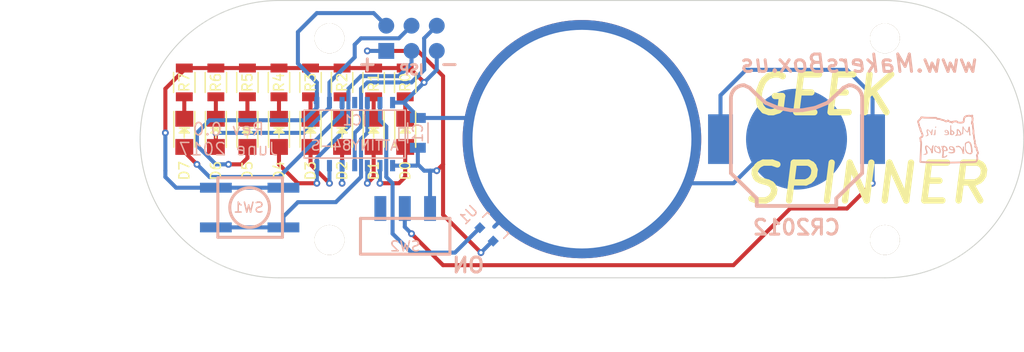
<source format=kicad_pcb>
(kicad_pcb (version 4) (host pcbnew 4.0.4-stable)

  (general
    (links 44)
    (no_connects 0)
    (area 158.699999 68.529999 247.700001 96.570001)
    (thickness 1.6)
    (drawings 21)
    (tracks 171)
    (zones 0)
    (modules 29)
    (nets 23)
  )

  (page USLetter)
  (layers
    (0 F.Cu signal)
    (31 B.Cu signal)
    (34 B.Paste user)
    (35 F.Paste user)
    (36 B.SilkS user)
    (37 F.SilkS user)
    (38 B.Mask user)
    (39 F.Mask user)
    (40 Dwgs.User user)
    (44 Edge.Cuts user)
  )

  (setup
    (last_trace_width 0.1524)
    (user_trace_width 0.254)
    (user_trace_width 0.3048)
    (user_trace_width 0.4064)
    (user_trace_width 0.6096)
    (user_trace_width 2.032)
    (trace_clearance 0.1524)
    (zone_clearance 0.508)
    (zone_45_only no)
    (trace_min 0.1524)
    (segment_width 0.254)
    (edge_width 0.1)
    (via_size 0.6858)
    (via_drill 0.3302)
    (via_min_size 0.6858)
    (via_min_drill 0.3302)
    (user_via 1 0.5)
    (uvia_size 0.762)
    (uvia_drill 0.508)
    (uvias_allowed no)
    (uvia_min_size 0.508)
    (uvia_min_drill 0.127)
    (pcb_text_width 0.3)
    (pcb_text_size 1.5 1.5)
    (mod_edge_width 0.15)
    (mod_text_size 1 1)
    (mod_text_width 0.15)
    (pad_size 24 24)
    (pad_drill 22.025)
    (pad_to_mask_clearance 0)
    (aux_axis_origin 0 0)
    (grid_origin 210.82 95.25)
    (visible_elements 7FFEFFFF)
    (pcbplotparams
      (layerselection 0x010f0_80000001)
      (usegerberextensions true)
      (excludeedgelayer true)
      (linewidth 0.100000)
      (plotframeref false)
      (viasonmask false)
      (mode 1)
      (useauxorigin false)
      (hpglpennumber 1)
      (hpglpenspeed 20)
      (hpglpendiameter 15)
      (hpglpenoverlay 2)
      (psnegative false)
      (psa4output false)
      (plotreference true)
      (plotvalue true)
      (plotinvisibletext false)
      (padsonsilk false)
      (subtractmaskfromsilk false)
      (outputformat 1)
      (mirror false)
      (drillshape 0)
      (scaleselection 1)
      (outputdirectory gerbers/))
  )

  (net 0 "")
  (net 1 GND)
  (net 2 +BATT)
  (net 3 "Net-(BT1-Pad1)")
  (net 4 "Net-(CON1-Pad1)")
  (net 5 "Net-(CON1-Pad3)")
  (net 6 "Net-(CON1-Pad4)")
  (net 7 "Net-(CON1-Pad5)")
  (net 8 "Net-(D1-Pad1)")
  (net 9 "Net-(D1-Pad2)")
  (net 10 "Net-(D0-Pad2)")
  (net 11 "Net-(D0-Pad1)")
  (net 12 "Net-(D2-Pad2)")
  (net 13 "Net-(D2-Pad1)")
  (net 14 "Net-(D3-Pad2)")
  (net 15 "Net-(D3-Pad1)")
  (net 16 "Net-(D4-Pad1)")
  (net 17 "Net-(D5-Pad1)")
  (net 18 "Net-(D6-Pad1)")
  (net 19 "Net-(D7-Pad2)")
  (net 20 "Net-(D7-Pad1)")
  (net 21 "Net-(IC1-Pad12)")
  (net 22 "Net-(IC1-Pad13)")

  (net_class Default "This is the default net class."
    (clearance 0.1524)
    (trace_width 0.1524)
    (via_dia 0.6858)
    (via_drill 0.3302)
    (uvia_dia 0.762)
    (uvia_drill 0.508)
    (add_net +BATT)
    (add_net GND)
    (add_net "Net-(BT1-Pad1)")
    (add_net "Net-(CON1-Pad1)")
    (add_net "Net-(CON1-Pad3)")
    (add_net "Net-(CON1-Pad4)")
    (add_net "Net-(CON1-Pad5)")
    (add_net "Net-(D0-Pad1)")
    (add_net "Net-(D0-Pad2)")
    (add_net "Net-(D1-Pad1)")
    (add_net "Net-(D1-Pad2)")
    (add_net "Net-(D2-Pad1)")
    (add_net "Net-(D2-Pad2)")
    (add_net "Net-(D3-Pad1)")
    (add_net "Net-(D3-Pad2)")
    (add_net "Net-(D4-Pad1)")
    (add_net "Net-(D5-Pad1)")
    (add_net "Net-(D6-Pad1)")
    (add_net "Net-(D7-Pad1)")
    (add_net "Net-(D7-Pad2)")
    (add_net "Net-(IC1-Pad12)")
    (add_net "Net-(IC1-Pad13)")
  )

  (module myFootPrints:Lego_Drill (layer F.Cu) (tedit 5938B9BC) (tstamp 5938BA2A)
    (at 233.68 92.71)
    (descr "Through hole pin header")
    (tags "pin header")
    (fp_text reference P2 (at 0 0) (layer F.SilkS) hide
      (effects (font (size 1 1) (thickness 0.15)))
    )
    (fp_text value CONN_01X01 (at 0 -1.27) (layer F.Fab) hide
      (effects (font (size 0.127 0.127) (thickness 0.03175)))
    )
    (pad 1 thru_hole circle (at 0 0) (size 3 3) (drill 3) (layers *.Cu *.Mask F.SilkS))
    (model Pin_Headers.3dshapes/Pin_Header_Straight_1x01.wrl
      (at (xyz 0 0 0))
      (scale (xyz 1 1 1))
      (rotate (xyz 0 0 90))
    )
  )

  (module myFootPrints:Lego_Drill (layer F.Cu) (tedit 5938B9BC) (tstamp 5938BA1E)
    (at 233.68 72.39)
    (descr "Through hole pin header")
    (tags "pin header")
    (fp_text reference P2 (at 0 0) (layer F.SilkS) hide
      (effects (font (size 1 1) (thickness 0.15)))
    )
    (fp_text value CONN_01X01 (at 0 -1.27) (layer F.Fab) hide
      (effects (font (size 0.127 0.127) (thickness 0.03175)))
    )
    (pad 1 thru_hole circle (at 0 0) (size 3 3) (drill 3) (layers *.Cu *.Mask F.SilkS))
    (model Pin_Headers.3dshapes/Pin_Header_Straight_1x01.wrl
      (at (xyz 0 0 0))
      (scale (xyz 1 1 1))
      (rotate (xyz 0 0 90))
    )
  )

  (module myFootPrints:Lego_Drill (layer F.Cu) (tedit 5938B9BC) (tstamp 5938B9FE)
    (at 177.8 72.39)
    (descr "Through hole pin header")
    (tags "pin header")
    (fp_text reference P2 (at 0 0) (layer F.SilkS) hide
      (effects (font (size 1 1) (thickness 0.15)))
    )
    (fp_text value CONN_01X01 (at 0 -1.27) (layer F.Fab) hide
      (effects (font (size 0.127 0.127) (thickness 0.03175)))
    )
    (pad 1 thru_hole circle (at 0 0) (size 3 3) (drill 3) (layers *.Cu *.Mask F.SilkS))
    (model Pin_Headers.3dshapes/Pin_Header_Straight_1x01.wrl
      (at (xyz 0 0 0))
      (scale (xyz 1 1 1))
      (rotate (xyz 0 0 90))
    )
  )

  (module myFootPrints:Lego_Drill (layer F.Cu) (tedit 5938B9BC) (tstamp 5938B998)
    (at 177.8 92.71)
    (descr "Through hole pin header")
    (tags "pin header")
    (fp_text reference P2 (at 0 0) (layer F.SilkS) hide
      (effects (font (size 1 1) (thickness 0.15)))
    )
    (fp_text value CONN_01X01 (at 0 -1.27) (layer F.Fab) hide
      (effects (font (size 0.127 0.127) (thickness 0.03175)))
    )
    (pad 1 thru_hole circle (at 0 0) (size 3 3) (drill 3) (layers *.Cu *.Mask F.SilkS))
    (model Pin_Headers.3dshapes/Pin_Header_Straight_1x01.wrl
      (at (xyz 0 0 0))
      (scale (xyz 1 1 1))
      (rotate (xyz 0 0 90))
    )
  )

  (module myFootPrints:BATT_12mm (layer B.Cu) (tedit 56EB8802) (tstamp 586093B2)
    (at 224.79 82.55)
    (descr "Keystone type 3000 coin cell retainer")
    (path /56CFA61E)
    (fp_text reference BT1 (at 0 4.5) (layer B.SilkS) hide
      (effects (font (thickness 0.3048)) (justify mirror))
    )
    (fp_text value Battery (at 0 -4.5) (layer B.SilkS) hide
      (effects (font (thickness 0.3048)) (justify mirror))
    )
    (fp_line (start 0.6096 -2.921) (end 1.8542 -3.1496) (layer B.SilkS) (width 0.381))
    (fp_line (start 1.8542 -3.1496) (end 3.0988 -3.6576) (layer B.SilkS) (width 0.381))
    (fp_line (start 3.0988 -3.6576) (end 4.064 -4.5212) (layer B.SilkS) (width 0.381))
    (fp_line (start 4.064 -4.5212) (end 4.7244 -5.1816) (layer B.SilkS) (width 0.381))
    (fp_line (start 4.7244 -5.1816) (end 5.2832 -5.4356) (layer B.SilkS) (width 0.381))
    (fp_line (start 0 -2.8956) (end 0.6096 -2.921) (layer B.SilkS) (width 0.381))
    (fp_line (start -3.0988 -3.6576) (end -4.064 -4.5212) (layer B.SilkS) (width 0.381))
    (fp_line (start -4.064 -4.5212) (end -4.7244 -5.1816) (layer B.SilkS) (width 0.381))
    (fp_line (start -5.2832 -5.4356) (end -4.7244 -5.1816) (layer B.SilkS) (width 0.381))
    (fp_line (start -3.0988 -3.6576) (end -1.8542 -3.1496) (layer B.SilkS) (width 0.381))
    (fp_line (start -1.8542 -3.1496) (end -0.6096 -2.921) (layer B.SilkS) (width 0.381))
    (fp_line (start -0.6096 -2.921) (end 0 -2.8956) (layer B.SilkS) (width 0.381))
    (fp_arc (start 5.2832 -4.1148) (end 6.604 -4.1148) (angle -90) (layer B.SilkS) (width 0.381))
    (fp_arc (start -5.2832 -4.1148) (end -5.2832 -5.4356) (angle -90) (layer B.SilkS) (width 0.381))
    (fp_line (start 6.604 3.429) (end 6.604 -4.064) (layer B.SilkS) (width 0.381))
    (fp_line (start -6.604 3.429) (end -6.604 -4.064) (layer B.SilkS) (width 0.381))
    (fp_line (start 4.0005 5.969) (end 6.604 3.429) (layer B.SilkS) (width 0.381))
    (fp_line (start -4.0005 5.969) (end -6.604 3.429) (layer B.SilkS) (width 0.381))
    (fp_line (start 3.9995 6.731) (end 3.9995 5.969) (layer B.SilkS) (width 0.381))
    (fp_line (start -4.0005 6.731) (end -4.0005 5.969) (layer B.SilkS) (width 0.381))
    (fp_line (start -4.0005 6.731) (end 4.0005 6.731) (layer B.SilkS) (width 0.381))
    (pad 1 smd rect (at -7.65 0) (size 2.5 5) (layers B.Cu B.Paste B.Mask)
      (net 3 "Net-(BT1-Pad1)"))
    (pad 1 smd rect (at 7.65 0) (size 2.5 5) (layers B.Cu B.Paste B.Mask)
      (net 3 "Net-(BT1-Pad1)"))
    (pad 2 smd circle (at 0 0) (size 10.16 10.16) (layers B.Cu B.Paste B.Mask)
      (net 1 GND))
    (model walter/battery_holders/keystone_3000.wrl
      (at (xyz 0 0 0))
      (scale (xyz 1 1 1))
      (rotate (xyz 0 0 0))
    )
  )

  (module myFootPrints:MadeInOregonRev25 (layer F.Cu) (tedit 0) (tstamp 5938C446)
    (at 240.03 82.55)
    (fp_text reference VAL (at 0 0) (layer F.SilkS) hide
      (effects (font (size 1.143 1.143) (thickness 0.1778)))
    )
    (fp_text value MadeInOregonRev25 (at 0 0) (layer F.SilkS) hide
      (effects (font (size 1.143 1.143) (thickness 0.1778)))
    )
    (fp_poly (pts (xy -3.09626 -1.76022) (xy -3.09626 -1.72212) (xy -3.09372 -1.69672) (xy -3.09118 -1.67386)
      (xy -3.0861 -1.65608) (xy -3.07594 -1.63576) (xy -3.0734 -1.62814) (xy -3.0607 -1.6002)
      (xy -3.05054 -1.5748) (xy -3.04038 -1.54432) (xy -3.03022 -1.50876) (xy -3.02006 -1.46304)
      (xy -3.00736 -1.4097) (xy -3.00228 -1.39192) (xy -2.98704 -1.31826) (xy -2.96926 -1.2573)
      (xy -2.95402 -1.20396) (xy -2.9337 -1.15824) (xy -2.91338 -1.1176) (xy -2.91338 -1.74752)
      (xy -2.91338 -1.76276) (xy -2.91084 -1.77546) (xy -2.90322 -1.78816) (xy -2.89052 -1.8034)
      (xy -2.86766 -1.82118) (xy -2.8575 -1.83134) (xy -2.82956 -1.8542) (xy -2.80416 -1.8796)
      (xy -2.78638 -1.90246) (xy -2.77876 -1.91008) (xy -2.76606 -1.92786) (xy -2.74574 -1.95326)
      (xy -2.72034 -1.98374) (xy -2.69494 -2.01422) (xy -2.6924 -2.01676) (xy -2.66954 -2.0447)
      (xy -2.64922 -2.0701) (xy -2.63652 -2.08788) (xy -2.6289 -2.09804) (xy -2.6289 -2.10058)
      (xy -2.62382 -2.10566) (xy -2.60604 -2.10566) (xy -2.58064 -2.10566) (xy -2.55016 -2.10058)
      (xy -2.51968 -2.0955) (xy -2.50952 -2.09296) (xy -2.49682 -2.09042) (xy -2.48412 -2.08534)
      (xy -2.46888 -2.08534) (xy -2.4511 -2.0828) (xy -2.4257 -2.08026) (xy -2.39268 -2.07772)
      (xy -2.35458 -2.07772) (xy -2.30632 -2.07518) (xy -2.2479 -2.07518) (xy -2.17678 -2.07264)
      (xy -2.09296 -2.0701) (xy -2.03962 -2.0701) (xy -1.95326 -2.06756) (xy -1.8669 -2.06756)
      (xy -1.78054 -2.06502) (xy -1.69672 -2.06502) (xy -1.61798 -2.06248) (xy -1.54686 -2.06248)
      (xy -1.48336 -2.06248) (xy -1.4351 -2.06248) (xy -1.4224 -2.06248) (xy -1.22936 -2.06248)
      (xy -1.1684 -2.00152) (xy -1.10744 -1.9431) (xy -1.0668 -1.9431) (xy -1.03886 -1.9431)
      (xy -1.0033 -1.94564) (xy -0.97536 -1.95072) (xy -0.94234 -1.95326) (xy -0.91186 -1.95072)
      (xy -0.87884 -1.94564) (xy -0.8382 -1.93548) (xy -0.79248 -1.9177) (xy -0.7366 -1.89484)
      (xy -0.72136 -1.88976) (xy -0.67818 -1.86944) (xy -0.64516 -1.85674) (xy -0.61722 -1.84912)
      (xy -0.59182 -1.84404) (xy -0.56388 -1.83896) (xy -0.5461 -1.83642) (xy -0.50038 -1.83134)
      (xy -0.46482 -1.82626) (xy -0.43688 -1.81864) (xy -0.41656 -1.80848) (xy -0.39624 -1.79578)
      (xy -0.37592 -1.77546) (xy -0.37338 -1.77292) (xy -0.35052 -1.7526) (xy -0.32512 -1.73482)
      (xy -0.30734 -1.72212) (xy -0.30734 -1.72212) (xy -0.28702 -1.71704) (xy -0.25654 -1.71196)
      (xy -0.22098 -1.70434) (xy -0.18288 -1.7018) (xy -0.14986 -1.69672) (xy -0.12446 -1.69672)
      (xy -0.10922 -1.69926) (xy -0.09652 -1.70688) (xy -0.07366 -1.71958) (xy -0.05334 -1.73736)
      (xy -0.03048 -1.75768) (xy -0.01524 -1.7653) (xy -0.00508 -1.76784) (xy 0 -1.7653)
      (xy 0.01016 -1.75768) (xy 0.03048 -1.74498) (xy 0.05842 -1.7272) (xy 0.0889 -1.70688)
      (xy 0.09652 -1.7018) (xy 0.18288 -1.64846) (xy 0.25908 -1.64592) (xy 0.29464 -1.64338)
      (xy 0.3175 -1.64084) (xy 0.3302 -1.6383) (xy 0.34036 -1.63322) (xy 0.34544 -1.6256)
      (xy 0.34798 -1.62052) (xy 0.3683 -1.59766) (xy 0.39624 -1.58242) (xy 0.42672 -1.5748)
      (xy 0.4318 -1.5748) (xy 0.45974 -1.58242) (xy 0.48768 -1.6002) (xy 0.51562 -1.63068)
      (xy 0.52578 -1.64338) (xy 0.53848 -1.65608) (xy 0.5461 -1.66624) (xy 0.55626 -1.67386)
      (xy 0.56896 -1.68148) (xy 0.58928 -1.68402) (xy 0.61468 -1.6891) (xy 0.65278 -1.69418)
      (xy 0.70104 -1.69672) (xy 0.71628 -1.69926) (xy 0.8255 -1.70942) (xy 0.85598 -1.68148)
      (xy 0.89154 -1.64846) (xy 0.9271 -1.62306) (xy 0.95758 -1.60274) (xy 0.96774 -1.59766)
      (xy 0.9906 -1.59258) (xy 1.02362 -1.5875) (xy 1.0668 -1.58242) (xy 1.11252 -1.57734)
      (xy 1.16332 -1.57226) (xy 1.21158 -1.56972) (xy 1.2573 -1.56972) (xy 1.25984 -1.56972)
      (xy 1.3081 -1.56972) (xy 1.35128 -1.5748) (xy 1.39446 -1.57988) (xy 1.44272 -1.59004)
      (xy 1.48844 -1.6002) (xy 1.52146 -1.61036) (xy 1.54686 -1.62306) (xy 1.56972 -1.63576)
      (xy 1.59258 -1.65608) (xy 1.61798 -1.68148) (xy 1.63576 -1.7018) (xy 1.651 -1.72212)
      (xy 1.65862 -1.74498) (xy 1.66624 -1.77292) (xy 1.67386 -1.80848) (xy 1.6764 -1.85166)
      (xy 1.68148 -1.90246) (xy 1.6891 -1.9812) (xy 1.7018 -2.04978) (xy 1.72212 -2.10566)
      (xy 1.74752 -2.15138) (xy 1.75006 -2.15646) (xy 1.77546 -2.18186) (xy 1.81356 -2.2098)
      (xy 1.82626 -2.21742) (xy 1.8542 -2.23012) (xy 1.87706 -2.24028) (xy 1.89484 -2.24282)
      (xy 1.9177 -2.24282) (xy 1.92024 -2.24282) (xy 1.95834 -2.24282) (xy 2.00152 -2.25044)
      (xy 2.032 -2.25806) (xy 2.0701 -2.27076) (xy 2.09804 -2.27584) (xy 2.11582 -2.27838)
      (xy 2.13106 -2.2733) (xy 2.1463 -2.26822) (xy 2.15392 -2.26314) (xy 2.1844 -2.2479)
      (xy 2.22758 -2.24282) (xy 2.27584 -2.2479) (xy 2.29108 -2.25298) (xy 2.31394 -2.25806)
      (xy 2.33426 -2.26314) (xy 2.34188 -2.26314) (xy 2.34188 -2.25806) (xy 2.34442 -2.23774)
      (xy 2.34442 -2.21488) (xy 2.34442 -2.21234) (xy 2.34442 -2.1844) (xy 2.34696 -2.16408)
      (xy 2.35204 -2.1463) (xy 2.36474 -2.12852) (xy 2.3876 -2.0955) (xy 2.37998 -1.97612)
      (xy 2.37744 -1.9304) (xy 2.37236 -1.89738) (xy 2.36982 -1.87198) (xy 2.36474 -1.8542)
      (xy 2.35966 -1.83896) (xy 2.35204 -1.82372) (xy 2.34696 -1.8161) (xy 2.33172 -1.78562)
      (xy 2.3241 -1.75768) (xy 2.3241 -1.73736) (xy 2.32156 -1.70942) (xy 2.31902 -1.68656)
      (xy 2.31648 -1.67894) (xy 2.31394 -1.66116) (xy 2.30886 -1.63576) (xy 2.30886 -1.60274)
      (xy 2.30886 -1.59004) (xy 2.30886 -1.55702) (xy 2.30886 -1.5367) (xy 2.31394 -1.52146)
      (xy 2.32156 -1.5113) (xy 2.33172 -1.4986) (xy 2.33426 -1.49606) (xy 2.35458 -1.48082)
      (xy 2.3749 -1.4732) (xy 2.37744 -1.47066) (xy 2.3876 -1.47066) (xy 2.39268 -1.46558)
      (xy 2.39776 -1.45034) (xy 2.4003 -1.42494) (xy 2.40284 -1.39192) (xy 2.40538 -1.35382)
      (xy 2.40538 -1.33096) (xy 2.40792 -1.28778) (xy 2.413 -1.2319) (xy 2.42062 -1.16078)
      (xy 2.43332 -1.07442) (xy 2.4511 -0.97536) (xy 2.4511 -0.96774) (xy 2.45872 -0.92456)
      (xy 2.4638 -0.88392) (xy 2.46888 -0.85344) (xy 2.47142 -0.83058) (xy 2.47396 -0.82296)
      (xy 2.47396 -0.81026) (xy 2.47142 -0.7874) (xy 2.47142 -0.75692) (xy 2.46888 -0.72644)
      (xy 2.46888 -0.69342) (xy 2.46634 -0.66294) (xy 2.4638 -0.64262) (xy 2.46126 -0.635)
      (xy 2.4511 -0.6096) (xy 2.44856 -0.57912) (xy 2.4511 -0.54864) (xy 2.46126 -0.52324)
      (xy 2.4765 -0.51054) (xy 2.48412 -0.49784) (xy 2.49174 -0.47244) (xy 2.5019 -0.4318)
      (xy 2.50952 -0.37592) (xy 2.51968 -0.30734) (xy 2.5273 -0.2286) (xy 2.53238 -0.16764)
      (xy 2.53746 -0.1143) (xy 2.54254 -0.0635) (xy 2.54762 -0.02032) (xy 2.5527 0.01524)
      (xy 2.55524 0.04064) (xy 2.55778 0.05334) (xy 2.56794 0.07366) (xy 2.5781 0.1016)
      (xy 2.58826 0.127) (xy 2.59588 0.14732) (xy 2.6035 0.16256) (xy 2.60604 0.18034)
      (xy 2.60858 0.20066) (xy 2.60858 0.22606) (xy 2.60604 0.25908) (xy 2.6035 0.3048)
      (xy 2.6035 0.32512) (xy 2.60096 0.37084) (xy 2.60096 0.4064) (xy 2.60604 0.43434)
      (xy 2.61366 0.45974) (xy 2.62636 0.48768) (xy 2.64668 0.5207) (xy 2.66446 0.5588)
      (xy 2.67462 0.58674) (xy 2.6797 0.61468) (xy 2.67462 0.64262) (xy 2.66446 0.68072)
      (xy 2.65938 0.69088) (xy 2.64668 0.72898) (xy 2.63906 0.75946) (xy 2.63906 0.77978)
      (xy 2.6416 0.79756) (xy 2.64922 0.8128) (xy 2.64922 0.81534) (xy 2.66446 0.83058)
      (xy 2.68986 0.84836) (xy 2.72034 0.86614) (xy 2.75336 0.87884) (xy 2.77368 0.88646)
      (xy 2.794 0.89154) (xy 2.794 0.98044) (xy 2.794 1.07188) (xy 2.82448 1.13538)
      (xy 2.8575 1.20396) (xy 2.8829 1.26238) (xy 2.90322 1.31064) (xy 2.91592 1.3462)
      (xy 2.921 1.36652) (xy 2.92354 1.3843) (xy 2.92354 1.39954) (xy 2.91592 1.41478)
      (xy 2.90068 1.4351) (xy 2.90068 1.43764) (xy 2.87274 1.47828) (xy 2.84988 1.51638)
      (xy 2.8321 1.5621) (xy 2.82448 1.59004) (xy 2.80924 1.64338) (xy 2.8321 1.74244)
      (xy 2.84734 1.80848) (xy 2.85496 1.86182) (xy 2.86004 1.90754) (xy 2.86004 1.94818)
      (xy 2.85242 1.98628) (xy 2.84226 2.02438) (xy 2.84226 2.02438) (xy 2.82702 2.06756)
      (xy 2.81432 2.10566) (xy 2.79908 2.13868) (xy 2.78892 2.16154) (xy 2.77876 2.1717)
      (xy 2.77876 2.17424) (xy 2.7686 2.17678) (xy 2.74828 2.1844) (xy 2.74066 2.18948)
      (xy 2.7178 2.1971) (xy 2.68224 2.20472) (xy 2.63398 2.2098) (xy 2.57302 2.21234)
      (xy 2.49682 2.21488) (xy 2.40792 2.21742) (xy 2.30632 2.21742) (xy 2.29616 2.21742)
      (xy 2.24028 2.21996) (xy 2.17424 2.21996) (xy 2.10058 2.2225) (xy 2.02184 2.2225)
      (xy 1.9431 2.22504) (xy 1.86944 2.23012) (xy 1.84912 2.23012) (xy 1.6129 2.23774)
      (xy 1.38684 2.2479) (xy 1.16332 2.25298) (xy 0.9398 2.25806) (xy 0.71882 2.26314)
      (xy 0.4953 2.26568) (xy 0.26924 2.26822) (xy 0.03556 2.26822) (xy -0.2032 2.26822)
      (xy -0.45466 2.26822) (xy -0.71628 2.26568) (xy -0.84836 2.26314) (xy -1.03378 2.2606)
      (xy -1.20396 2.25806) (xy -1.36144 2.25552) (xy -1.50622 2.25298) (xy -1.64084 2.25044)
      (xy -1.7653 2.2479) (xy -1.88214 2.24536) (xy -1.98882 2.24282) (xy -2.08788 2.23774)
      (xy -2.17932 2.2352) (xy -2.26822 2.23266) (xy -2.35204 2.22758) (xy -2.39776 2.22504)
      (xy -2.46126 2.2225) (xy -2.51968 2.21742) (xy -2.57302 2.21488) (xy -2.61874 2.21234)
      (xy -2.65176 2.2098) (xy -2.67462 2.2098) (xy -2.68732 2.2098) (xy -2.68732 2.2098)
      (xy -2.68732 2.20218) (xy -2.68478 2.17932) (xy -2.68478 2.1463) (xy -2.68224 2.09804)
      (xy -2.6797 2.03962) (xy -2.67716 1.97104) (xy -2.67208 1.8923) (xy -2.66954 1.80594)
      (xy -2.66446 1.70942) (xy -2.65938 1.60782) (xy -2.65684 1.50114) (xy -2.65176 1.38684)
      (xy -2.64414 1.27) (xy -2.64414 1.25476) (xy -2.63906 1.11506) (xy -2.63398 0.98806)
      (xy -2.6289 0.87376) (xy -2.62382 0.77216) (xy -2.61874 0.68326) (xy -2.6162 0.60452)
      (xy -2.61366 0.53848) (xy -2.61112 0.47752) (xy -2.61112 0.42926) (xy -2.61112 0.38608)
      (xy -2.61112 0.35306) (xy -2.61112 0.32258) (xy -2.61112 0.29972) (xy -2.61366 0.28194)
      (xy -2.6162 0.2667) (xy -2.61874 0.25654) (xy -2.62128 0.24638) (xy -2.62636 0.23876)
      (xy -2.63144 0.23368) (xy -2.63652 0.22606) (xy -2.6416 0.21844) (xy -2.6543 0.2032)
      (xy -2.66192 0.18796) (xy -2.66446 0.17272) (xy -2.66192 0.14732) (xy -2.66192 0.13716)
      (xy -2.66192 0.1016) (xy -2.66446 0.06858) (xy -2.67462 0.02794) (xy -2.67462 0.0254)
      (xy -2.68732 -0.01778) (xy -2.69494 -0.04826) (xy -2.69748 -0.07112) (xy -2.69748 -0.08382)
      (xy -2.69494 -0.09398) (xy -2.68732 -0.09906) (xy -2.68732 -0.1016) (xy -2.66954 -0.10668)
      (xy -2.64668 -0.1143) (xy -2.63652 -0.1143) (xy -2.60858 -0.12192) (xy -2.58572 -0.13208)
      (xy -2.5654 -0.14732) (xy -2.54762 -0.17018) (xy -2.52476 -0.20574) (xy -2.50698 -0.2413)
      (xy -2.4638 -0.3302) (xy -2.47142 -0.40894) (xy -2.4765 -0.43942) (xy -2.48158 -0.46736)
      (xy -2.4892 -0.49276) (xy -2.49682 -0.5207) (xy -2.50952 -0.55626) (xy -2.52984 -0.59944)
      (xy -2.53492 -0.61214) (xy -2.55524 -0.66294) (xy -2.5781 -0.71374) (xy -2.60096 -0.76708)
      (xy -2.62128 -0.8128) (xy -2.63144 -0.83058) (xy -2.64668 -0.86868) (xy -2.65938 -0.89662)
      (xy -2.667 -0.91694) (xy -2.66954 -0.92964) (xy -2.667 -0.9398) (xy -2.667 -0.94996)
      (xy -2.65938 -0.97536) (xy -2.65938 -1.00584) (xy -2.66954 -1.03886) (xy -2.68732 -1.0795)
      (xy -2.71272 -1.12776) (xy -2.71526 -1.1303) (xy -2.73812 -1.17094) (xy -2.75844 -1.2065)
      (xy -2.77368 -1.23698) (xy -2.78384 -1.26746) (xy -2.79654 -1.30048) (xy -2.8067 -1.34112)
      (xy -2.81686 -1.38684) (xy -2.82702 -1.43256) (xy -2.84226 -1.49606) (xy -2.85496 -1.54686)
      (xy -2.86512 -1.5875) (xy -2.87528 -1.62052) (xy -2.88544 -1.64846) (xy -2.89306 -1.67132)
      (xy -2.90068 -1.68148) (xy -2.9083 -1.70942) (xy -2.91338 -1.7399) (xy -2.91338 -1.74752)
      (xy -2.91338 -1.1176) (xy -2.91084 -1.11506) (xy -2.90576 -1.09982) (xy -2.88798 -1.07188)
      (xy -2.87782 -1.04902) (xy -2.87274 -1.03632) (xy -2.87274 -1.02616) (xy -2.87782 -1.016)
      (xy -2.88036 -0.99822) (xy -2.8829 -0.98044) (xy -2.87782 -0.95758) (xy -2.8702 -0.92964)
      (xy -2.85496 -0.89408) (xy -2.83464 -0.84582) (xy -2.8194 -0.81534) (xy -2.78384 -0.73406)
      (xy -2.74828 -0.65786) (xy -2.72034 -0.58928) (xy -2.69494 -0.52832) (xy -2.67462 -0.47752)
      (xy -2.66192 -0.43688) (xy -2.6543 -0.40894) (xy -2.6543 -0.4064) (xy -2.64922 -0.37846)
      (xy -2.65176 -0.36068) (xy -2.65684 -0.34036) (xy -2.66446 -0.32766) (xy -2.67462 -0.30734)
      (xy -2.68732 -0.29464) (xy -2.70256 -0.28702) (xy -2.72542 -0.28194) (xy -2.73812 -0.2794)
      (xy -2.75336 -0.27686) (xy -2.77114 -0.2667) (xy -2.78892 -0.25146) (xy -2.81686 -0.22606)
      (xy -2.82448 -0.2159) (xy -2.84988 -0.1905) (xy -2.86766 -0.17272) (xy -2.87782 -0.16002)
      (xy -2.8829 -0.14732) (xy -2.8829 -0.13208) (xy -2.8829 -0.12192) (xy -2.88036 -0.06858)
      (xy -2.86766 -0.00762) (xy -2.85242 0.05588) (xy -2.8448 0.08382) (xy -2.84226 0.10668)
      (xy -2.84226 0.12954) (xy -2.8448 0.16002) (xy -2.84734 0.1651) (xy -2.84988 0.19812)
      (xy -2.84988 0.22606) (xy -2.84226 0.24892) (xy -2.82448 0.27686) (xy -2.8067 0.29972)
      (xy -2.78384 0.32766) (xy -2.82702 1.3081) (xy -2.8321 1.42748) (xy -2.83718 1.54432)
      (xy -2.84226 1.65608) (xy -2.84734 1.76276) (xy -2.84988 1.86182) (xy -2.85496 1.95326)
      (xy -2.8575 2.03708) (xy -2.86004 2.11074) (xy -2.86258 2.17424) (xy -2.86512 2.22758)
      (xy -2.86512 2.26822) (xy -2.86512 2.29616) (xy -2.86512 2.3114) (xy -2.86512 2.3114)
      (xy -2.85496 2.3368) (xy -2.83464 2.35966) (xy -2.81178 2.3749) (xy -2.8067 2.37744)
      (xy -2.794 2.37998) (xy -2.76606 2.38252) (xy -2.72796 2.38506) (xy -2.6797 2.39014)
      (xy -2.62128 2.39268) (xy -2.55778 2.39776) (xy -2.48412 2.4003) (xy -2.40792 2.40538)
      (xy -2.32664 2.40792) (xy -2.24536 2.413) (xy -2.16154 2.41554) (xy -2.08026 2.41808)
      (xy -1.99898 2.42062) (xy -1.92278 2.42316) (xy -1.85166 2.4257) (xy -1.80848 2.42824)
      (xy -1.74752 2.42824) (xy -1.67386 2.43078) (xy -1.59004 2.43078) (xy -1.4986 2.43332)
      (xy -1.397 2.43586) (xy -1.29032 2.43586) (xy -1.1811 2.4384) (xy -1.0668 2.4384)
      (xy -0.95504 2.44094) (xy -0.84582 2.44348) (xy -0.80264 2.44348) (xy -0.70104 2.44348)
      (xy -0.59944 2.44602) (xy -0.50038 2.44602) (xy -0.40386 2.44856) (xy -0.31496 2.44856)
      (xy -0.23114 2.44856) (xy -0.15748 2.4511) (xy -0.09398 2.4511) (xy -0.04064 2.4511)
      (xy 0 2.4511) (xy 0.02286 2.4511) (xy 0.05842 2.4511) (xy 0.10922 2.4511)
      (xy 0.17018 2.4511) (xy 0.2413 2.4511) (xy 0.3175 2.4511) (xy 0.39878 2.44856)
      (xy 0.4826 2.44856) (xy 0.56642 2.44602) (xy 0.60198 2.44602) (xy 0.75692 2.44348)
      (xy 0.90678 2.4384) (xy 1.0541 2.43586) (xy 1.1938 2.43078) (xy 1.32588 2.42824)
      (xy 1.45034 2.42316) (xy 1.56464 2.42062) (xy 1.66624 2.41808) (xy 1.7526 2.413)
      (xy 1.77038 2.413) (xy 1.82626 2.41046) (xy 1.8923 2.40792) (xy 1.96342 2.40792)
      (xy 2.03454 2.40538) (xy 2.10312 2.40538) (xy 2.12852 2.40538) (xy 2.19456 2.40538)
      (xy 2.26822 2.40284) (xy 2.3495 2.40284) (xy 2.42824 2.39776) (xy 2.50444 2.39522)
      (xy 2.54254 2.39522) (xy 2.75844 2.38252) (xy 2.82956 2.3495) (xy 2.86258 2.33172)
      (xy 2.88798 2.31902) (xy 2.90576 2.30632) (xy 2.91084 2.30124) (xy 2.92608 2.28092)
      (xy 2.94132 2.25044) (xy 2.96164 2.2098) (xy 2.97942 2.16662) (xy 2.9972 2.12344)
      (xy 3.01244 2.08534) (xy 3.02514 2.0447) (xy 3.03276 2.01168) (xy 3.03784 1.98628)
      (xy 3.04038 1.9558) (xy 3.04038 1.93548) (xy 3.0353 1.86182) (xy 3.0226 1.778)
      (xy 3.00736 1.70434) (xy 2.99974 1.66878) (xy 2.99974 1.64084) (xy 3.00736 1.61036)
      (xy 3.0226 1.57734) (xy 3.04546 1.53924) (xy 3.0607 1.52146) (xy 3.08356 1.4859)
      (xy 3.0988 1.4605) (xy 3.10642 1.4351) (xy 3.10896 1.4097) (xy 3.10642 1.37668)
      (xy 3.0988 1.33858) (xy 3.09118 1.3081) (xy 3.07848 1.26746) (xy 3.0607 1.22174)
      (xy 3.04038 1.1684) (xy 3.01498 1.1176) (xy 2.99466 1.07442) (xy 2.98704 1.05664)
      (xy 2.97942 1.0414) (xy 2.97688 1.02362) (xy 2.97434 1.0033) (xy 2.97434 0.97282)
      (xy 2.97434 0.93218) (xy 2.97434 0.9271) (xy 2.9718 0.87884) (xy 2.96926 0.8382)
      (xy 2.96418 0.81026) (xy 2.95148 0.7874) (xy 2.9337 0.76708) (xy 2.90576 0.7493)
      (xy 2.86766 0.72898) (xy 2.84734 0.71882) (xy 2.84734 0.7112) (xy 2.84988 0.69342)
      (xy 2.85496 0.66802) (xy 2.8575 0.6604) (xy 2.86258 0.61468) (xy 2.86258 0.5842)
      (xy 2.86258 0.57658) (xy 2.84988 0.5334) (xy 2.82956 0.48768) (xy 2.8067 0.44196)
      (xy 2.79908 0.42926) (xy 2.79146 0.41656) (xy 2.78638 0.40386) (xy 2.7813 0.38862)
      (xy 2.7813 0.37084) (xy 2.7813 0.34798) (xy 2.7813 0.3175) (xy 2.78638 0.27432)
      (xy 2.79146 0.22098) (xy 2.79146 0.21844) (xy 2.79146 0.19304) (xy 2.79146 0.16764)
      (xy 2.78384 0.1397) (xy 2.77622 0.11176) (xy 2.76352 0.07874) (xy 2.75336 0.04826)
      (xy 2.7432 0.0254) (xy 2.74066 0.02032) (xy 2.73558 0.00762) (xy 2.7305 -0.0127)
      (xy 2.72796 -0.04064) (xy 2.72288 -0.07874) (xy 2.7178 -0.12954) (xy 2.71272 -0.1905)
      (xy 2.7051 -0.25908) (xy 2.69748 -0.32512) (xy 2.68986 -0.38862) (xy 2.6797 -0.44958)
      (xy 2.67208 -0.50292) (xy 2.66446 -0.5461) (xy 2.6543 -0.57658) (xy 2.65176 -0.58674)
      (xy 2.65176 -0.60452) (xy 2.6543 -0.6223) (xy 2.65684 -0.6477) (xy 2.65176 -0.68326)
      (xy 2.65176 -0.68326) (xy 2.64668 -0.71628) (xy 2.64922 -0.75184) (xy 2.65176 -0.76962)
      (xy 2.6543 -0.79248) (xy 2.65684 -0.8128) (xy 2.6543 -0.83566) (xy 2.65176 -0.8636)
      (xy 2.64414 -0.90424) (xy 2.6416 -0.91948) (xy 2.62382 -1.01346) (xy 2.61112 -1.09982)
      (xy 2.60096 -1.1811) (xy 2.59334 -1.26238) (xy 2.58572 -1.35128) (xy 2.58064 -1.42748)
      (xy 2.5781 -1.49352) (xy 2.57302 -1.54432) (xy 2.57048 -1.58496) (xy 2.5654 -1.61544)
      (xy 2.56286 -1.6383) (xy 2.55524 -1.65608) (xy 2.54762 -1.66878) (xy 2.53746 -1.6764)
      (xy 2.52984 -1.68402) (xy 2.51714 -1.69418) (xy 2.51206 -1.70688) (xy 2.5146 -1.72466)
      (xy 2.52222 -1.75006) (xy 2.53238 -1.77546) (xy 2.53238 -1.77546) (xy 2.54 -1.78816)
      (xy 2.54254 -1.79832) (xy 2.54762 -1.81102) (xy 2.55016 -1.8288) (xy 2.5527 -1.85166)
      (xy 2.55524 -1.88214) (xy 2.55778 -1.92532) (xy 2.56286 -1.97866) (xy 2.56286 -2.0066)
      (xy 2.57302 -2.159) (xy 2.54762 -2.18948) (xy 2.52222 -2.21996) (xy 2.52984 -2.29616)
      (xy 2.53238 -2.34442) (xy 2.53238 -2.37998) (xy 2.52984 -2.40538) (xy 2.51968 -2.4257)
      (xy 2.50698 -2.44094) (xy 2.50444 -2.44348) (xy 2.4892 -2.45618) (xy 2.47142 -2.46126)
      (xy 2.44856 -2.4638) (xy 2.42062 -2.4638) (xy 2.38252 -2.45618) (xy 2.33172 -2.44602)
      (xy 2.32664 -2.44348) (xy 2.2352 -2.42316) (xy 2.19964 -2.44348) (xy 2.17424 -2.45618)
      (xy 2.15138 -2.4638) (xy 2.12344 -2.4638) (xy 2.09296 -2.45872) (xy 2.04978 -2.4511)
      (xy 2.0193 -2.44348) (xy 1.98374 -2.43332) (xy 1.9558 -2.4257) (xy 1.93802 -2.42316)
      (xy 1.92024 -2.4257) (xy 1.90754 -2.42824) (xy 1.88722 -2.43078) (xy 1.86944 -2.43078)
      (xy 1.84912 -2.42824) (xy 1.82372 -2.41808) (xy 1.79324 -2.40284) (xy 1.76022 -2.38506)
      (xy 1.71958 -2.3622) (xy 1.6891 -2.34442) (xy 1.66624 -2.32664) (xy 1.64846 -2.3114)
      (xy 1.63068 -2.29362) (xy 1.6129 -2.27076) (xy 1.59258 -2.2479) (xy 1.57734 -2.22504)
      (xy 1.56718 -2.20472) (xy 1.55702 -2.17932) (xy 1.54432 -2.1463) (xy 1.53162 -2.10312)
      (xy 1.52908 -2.09296) (xy 1.51638 -2.0447) (xy 1.50876 -2.00406) (xy 1.50368 -1.96596)
      (xy 1.4986 -1.92278) (xy 1.4986 -1.90754) (xy 1.49606 -1.86182) (xy 1.49352 -1.8288)
      (xy 1.4859 -1.80594) (xy 1.4732 -1.7907) (xy 1.45288 -1.778) (xy 1.4224 -1.77038)
      (xy 1.39446 -1.76276) (xy 1.3335 -1.7526) (xy 1.26238 -1.74752) (xy 1.18364 -1.75006)
      (xy 1.10998 -1.75768) (xy 1.03124 -1.7653) (xy 0.9652 -1.82372) (xy 0.9398 -1.84912)
      (xy 0.9144 -1.8669) (xy 0.89408 -1.88214) (xy 0.88392 -1.88722) (xy 0.86868 -1.88722)
      (xy 0.84328 -1.88722) (xy 0.80518 -1.88722) (xy 0.762 -1.88214) (xy 0.7112 -1.8796)
      (xy 0.6604 -1.87452) (xy 0.6096 -1.86944) (xy 0.56642 -1.86436) (xy 0.52324 -1.85674)
      (xy 0.49276 -1.85166) (xy 0.47244 -1.8415) (xy 0.45974 -1.83642) (xy 0.44958 -1.8288)
      (xy 0.43942 -1.82372) (xy 0.42418 -1.82118) (xy 0.40386 -1.82118) (xy 0.37592 -1.82118)
      (xy 0.33782 -1.82118) (xy 0.23622 -1.82372) (xy 0.13208 -1.8923) (xy 0.09398 -1.9177)
      (xy 0.06096 -1.93802) (xy 0.03302 -1.9558) (xy 0.0127 -1.96596) (xy 0.00508 -1.97104)
      (xy -0.02286 -1.97866) (xy -0.04826 -1.97358) (xy -0.07874 -1.95834) (xy -0.1143 -1.92786)
      (xy -0.11684 -1.92532) (xy -0.1397 -1.905) (xy -0.15748 -1.8923) (xy -0.17272 -1.88468)
      (xy -0.18796 -1.88214) (xy -0.19304 -1.88214) (xy -0.21082 -1.88468) (xy -0.22352 -1.88722)
      (xy -0.2413 -1.89992) (xy -0.26162 -1.9177) (xy -0.27178 -1.92786) (xy -0.30226 -1.95326)
      (xy -0.33528 -1.97358) (xy -0.37338 -1.98882) (xy -0.41656 -1.99898) (xy -0.47244 -2.00914)
      (xy -0.50038 -2.01168) (xy -0.53848 -2.01676) (xy -0.56896 -2.02438) (xy -0.59944 -2.03454)
      (xy -0.635 -2.04724) (xy -0.66548 -2.05994) (xy -0.70866 -2.07772) (xy -0.75692 -2.0955)
      (xy -0.80264 -2.11074) (xy -0.83058 -2.11836) (xy -0.86868 -2.12598) (xy -0.89662 -2.1336)
      (xy -0.91948 -2.1336) (xy -0.94234 -2.1336) (xy -0.97282 -2.13106) (xy -1.03378 -2.12344)
      (xy -1.0922 -2.17678) (xy -1.12776 -2.2098) (xy -1.1557 -2.23012) (xy -1.17348 -2.2352)
      (xy -1.18618 -2.23774) (xy -1.21412 -2.23774) (xy -1.24968 -2.24028) (xy -1.2954 -2.24028)
      (xy -1.3462 -2.24028) (xy -1.40208 -2.24028) (xy -1.40462 -2.24028) (xy -1.48844 -2.24028)
      (xy -1.57734 -2.24282) (xy -1.66878 -2.24282) (xy -1.76022 -2.24282) (xy -1.85166 -2.24536)
      (xy -1.94056 -2.2479) (xy -2.02438 -2.2479) (xy -2.10566 -2.25044) (xy -2.18186 -2.25298)
      (xy -2.25044 -2.25552) (xy -2.30886 -2.25806) (xy -2.35966 -2.2606) (xy -2.39776 -2.26314)
      (xy -2.42316 -2.26568) (xy -2.43586 -2.26822) (xy -2.45364 -2.27076) (xy -2.48666 -2.27584)
      (xy -2.52476 -2.28092) (xy -2.5654 -2.28346) (xy -2.58572 -2.286) (xy -2.63144 -2.28854)
      (xy -2.66446 -2.29108) (xy -2.68732 -2.29108) (xy -2.7051 -2.29108) (xy -2.7178 -2.28854)
      (xy -2.72796 -2.28346) (xy -2.7305 -2.28092) (xy -2.7559 -2.2606) (xy -2.77876 -2.22758)
      (xy -2.78892 -2.19202) (xy -2.79654 -2.17678) (xy -2.81178 -2.15392) (xy -2.8321 -2.13106)
      (xy -2.83718 -2.12344) (xy -2.86258 -2.09296) (xy -2.88544 -2.06502) (xy -2.90576 -2.04216)
      (xy -2.9083 -2.03708) (xy -2.92354 -2.0193) (xy -2.94894 -1.9939) (xy -2.97688 -1.96596)
      (xy -3.00482 -1.93802) (xy -3.03276 -1.91262) (xy -3.05816 -1.88976) (xy -3.07594 -1.87198)
      (xy -3.0861 -1.85928) (xy -3.0861 -1.85928) (xy -3.09118 -1.8415) (xy -3.09626 -1.81102)
      (xy -3.09626 -1.77038) (xy -3.09626 -1.76022) (xy -3.09626 -1.76022)) (layer B.SilkS) (width 0.00254))
    (fp_poly (pts (xy -0.67056 0.70358) (xy -0.67056 0.72136) (xy -0.66802 0.72644) (xy -0.66548 0.74676)
      (xy -0.65532 0.7747) (xy -0.64262 0.80772) (xy -0.63246 0.83312) (xy -0.61468 0.8763)
      (xy -0.60198 0.90932) (xy -0.59436 0.93218) (xy -0.59182 0.94996) (xy -0.5969 0.9652)
      (xy -0.60198 0.9779) (xy -0.61722 0.99568) (xy -0.63246 1.01092) (xy -0.64516 1.02362)
      (xy -0.6477 1.03632) (xy -0.64262 1.05156) (xy -0.62484 1.07188) (xy -0.6223 1.07696)
      (xy -0.59944 1.10236) (xy -0.5842 1.12522) (xy -0.57404 1.14554) (xy -0.56896 1.17348)
      (xy -0.56388 1.2065) (xy -0.56134 1.24968) (xy -0.56134 1.26238) (xy -0.56134 1.31572)
      (xy -0.56134 1.36652) (xy -0.56642 1.41986) (xy -0.5715 1.47828) (xy -0.58166 1.54686)
      (xy -0.59182 1.62306) (xy -0.59944 1.66116) (xy -0.60706 1.71704) (xy -0.61468 1.76022)
      (xy -0.61722 1.79324) (xy -0.61976 1.8161) (xy -0.61722 1.83388) (xy -0.61468 1.84658)
      (xy -0.6096 1.85674) (xy -0.6096 1.85928) (xy -0.60198 1.8669) (xy -0.59436 1.86944)
      (xy -0.58166 1.87198) (xy -0.56134 1.87452) (xy -0.53086 1.87452) (xy -0.51308 1.87452)
      (xy -0.47752 1.87452) (xy -0.45974 1.87198) (xy -0.45974 0.94234) (xy -0.45212 0.89662)
      (xy -0.43688 0.85344) (xy -0.41402 0.81788) (xy -0.40894 0.81026) (xy -0.38354 0.79502)
      (xy -0.35306 0.79248) (xy -0.32258 0.8001) (xy -0.2921 0.81788) (xy -0.26162 0.84582)
      (xy -0.23622 0.87884) (xy -0.21844 0.91948) (xy -0.21336 0.92964) (xy -0.20828 0.9525)
      (xy -0.2032 0.98044) (xy -0.19812 1.01092) (xy -0.19304 1.0414) (xy -0.1905 1.06934)
      (xy -0.18796 1.08712) (xy -0.1905 1.09728) (xy -0.20066 1.09982) (xy -0.22098 1.1049)
      (xy -0.24892 1.10998) (xy -0.2794 1.11252) (xy -0.30734 1.11506) (xy -0.3302 1.1176)
      (xy -0.34036 1.1176) (xy -0.36322 1.10998) (xy -0.38862 1.09474) (xy -0.39878 1.08458)
      (xy -0.4191 1.06172) (xy -0.43688 1.03886) (xy -0.44196 1.02616) (xy -0.4572 0.98806)
      (xy -0.45974 0.94234) (xy -0.45974 1.87198) (xy -0.4445 1.87198) (xy -0.42164 1.87198)
      (xy -0.41148 1.86944) (xy -0.37338 1.86182) (xy -0.3302 1.85166) (xy -0.28448 1.83642)
      (xy -0.24384 1.82372) (xy -0.21336 1.80848) (xy -0.20828 1.80848) (xy -0.17018 1.78562)
      (xy -0.13462 1.75768) (xy -0.10414 1.7272) (xy -0.08382 1.69926) (xy -0.07112 1.67386)
      (xy -0.07112 1.651) (xy -0.07112 1.651) (xy -0.08382 1.63068) (xy -0.10414 1.6129)
      (xy -0.12446 1.60528) (xy -0.12446 1.60528) (xy -0.1397 1.6129) (xy -0.16256 1.62814)
      (xy -0.19558 1.65608) (xy -0.20066 1.65862) (xy -0.24384 1.69672) (xy -0.28702 1.72466)
      (xy -0.3302 1.74498) (xy -0.37084 1.75768) (xy -0.40386 1.76276) (xy -0.4318 1.75514)
      (xy -0.43942 1.75006) (xy -0.44958 1.74244) (xy -0.45212 1.73482) (xy -0.45212 1.71958)
      (xy -0.44704 1.69672) (xy -0.4445 1.69418) (xy -0.44196 1.67386) (xy -0.43688 1.64338)
      (xy -0.4318 1.60274) (xy -0.42926 1.55194) (xy -0.42418 1.4859) (xy -0.4191 1.4097)
      (xy -0.41402 1.31826) (xy -0.41148 1.29286) (xy -0.4064 1.20142) (xy -0.27178 1.20142)
      (xy -0.21336 1.20142) (xy -0.17018 1.20142) (xy -0.13462 1.19888) (xy -0.10668 1.19126)
      (xy -0.08636 1.18364) (xy -0.06858 1.1684) (xy -0.0508 1.15316) (xy -0.04572 1.14808)
      (xy -0.03048 1.12776) (xy -0.0254 1.11506) (xy -0.0254 1.09474) (xy -0.02794 1.08458)
      (xy -0.04318 0.99822) (xy -0.06858 0.92202) (xy -0.1016 0.85598) (xy -0.14224 0.8001)
      (xy -0.1524 0.78994) (xy -0.18796 0.75692) (xy -0.22352 0.73406) (xy -0.26416 0.71374)
      (xy -0.29718 0.70104) (xy -0.3302 0.68834) (xy -0.36322 0.6731) (xy -0.37846 0.66548)
      (xy -0.4191 0.64262) (xy -0.44704 0.66548) (xy -0.4699 0.68326) (xy -0.49022 0.69596)
      (xy -0.51308 0.6985) (xy -0.54102 0.69596) (xy -0.57404 0.69088) (xy -0.60706 0.68326)
      (xy -0.62992 0.68326) (xy -0.64516 0.68326) (xy -0.65532 0.6858) (xy -0.66802 0.69342)
      (xy -0.67056 0.70358) (xy -0.67056 0.70358)) (layer B.SilkS) (width 0.00254))
    (fp_poly (pts (xy -2.47904 1.55448) (xy -2.47142 1.56464) (xy -2.47142 1.56718) (xy -2.45364 1.5748)
      (xy -2.4257 1.57988) (xy -2.39014 1.58242) (xy -2.3495 1.57988) (xy -2.30886 1.57734)
      (xy -2.29108 1.57226) (xy -2.24536 1.5621) (xy -2.1971 1.54686) (xy -2.15392 1.52654)
      (xy -2.11836 1.50622) (xy -2.0955 1.49098) (xy -2.08026 1.47828) (xy -2.07264 1.46558)
      (xy -2.06756 1.44526) (xy -2.06248 1.41986) (xy -2.05994 1.41224) (xy -2.0574 1.35636)
      (xy -2.06248 1.30048) (xy -2.07518 1.23698) (xy -2.09804 1.16586) (xy -2.10312 1.14808)
      (xy -2.13106 1.0668) (xy -2.15138 0.99568) (xy -2.16408 0.93218) (xy -2.16916 0.87376)
      (xy -2.16916 0.86614) (xy -2.16662 0.81788) (xy -2.159 0.77978) (xy -2.1463 0.75692)
      (xy -2.12598 0.74676) (xy -2.10058 0.75184) (xy -2.0955 0.75184) (xy -2.07772 0.76454)
      (xy -2.04978 0.78486) (xy -2.0193 0.81026) (xy -1.98628 0.8382) (xy -1.95326 0.86868)
      (xy -1.92278 0.89662) (xy -1.91516 0.90678) (xy -1.8415 0.99314) (xy -1.78308 1.08458)
      (xy -1.73736 1.17602) (xy -1.70688 1.27) (xy -1.69672 1.3335) (xy -1.69164 1.36398)
      (xy -1.68402 1.39192) (xy -1.6764 1.4097) (xy -1.6764 1.4097) (xy -1.66878 1.41986)
      (xy -1.66116 1.4224) (xy -1.64592 1.42494) (xy -1.62306 1.4224) (xy -1.59258 1.41732)
      (xy -1.55702 1.41224) (xy -1.51892 1.40462) (xy -1.51384 1.32334) (xy -1.5113 1.28016)
      (xy -1.5113 1.22936) (xy -1.50876 1.1811) (xy -1.50876 1.16078) (xy -1.50876 1.11252)
      (xy -1.50622 1.06426) (xy -1.50114 1.016) (xy -1.49606 0.96266) (xy -1.4859 0.89916)
      (xy -1.47574 0.82804) (xy -1.46812 0.78232) (xy -1.4605 0.7366) (xy -1.45542 0.69596)
      (xy -1.45034 0.6604) (xy -1.4478 0.63754) (xy -1.4478 0.62484) (xy -1.4478 0.6223)
      (xy -1.45796 0.61468) (xy -1.47574 0.61214) (xy -1.50114 0.61722) (xy -1.52654 0.62992)
      (xy -1.54686 0.64516) (xy -1.56464 0.66548) (xy -1.57988 0.69342) (xy -1.59512 0.73152)
      (xy -1.61036 0.77978) (xy -1.62306 0.84328) (xy -1.6256 0.84836) (xy -1.6383 0.9017)
      (xy -1.64592 0.94488) (xy -1.65608 0.97536) (xy -1.66116 0.99568) (xy -1.66624 1.00838)
      (xy -1.67132 1.01346) (xy -1.6764 1.016) (xy -1.6764 1.016) (xy -1.68402 1.01092)
      (xy -1.7018 0.99568) (xy -1.7272 0.97536) (xy -1.75768 0.94742) (xy -1.79324 0.9144)
      (xy -1.83134 0.8763) (xy -1.83388 0.87376) (xy -1.89992 0.81026) (xy -1.9558 0.75946)
      (xy -2.00152 0.71628) (xy -2.04216 0.68326) (xy -2.07772 0.65786) (xy -2.10566 0.64008)
      (xy -2.13106 0.62992) (xy -2.15392 0.62484) (xy -2.17678 0.62738) (xy -2.19964 0.63246)
      (xy -2.2225 0.64516) (xy -2.24282 0.65786) (xy -2.26822 0.67564) (xy -2.286 0.69342)
      (xy -2.29616 0.71882) (xy -2.30378 0.7493) (xy -2.30632 0.78994) (xy -2.30886 0.83566)
      (xy -2.30632 0.90424) (xy -2.30124 0.96266) (xy -2.28854 1.01346) (xy -2.27076 1.0668)
      (xy -2.26314 1.08712) (xy -2.24028 1.14808) (xy -2.2225 1.20904) (xy -2.21234 1.26746)
      (xy -2.20472 1.3208) (xy -2.20726 1.36906) (xy -2.21234 1.39954) (xy -2.21996 1.41732)
      (xy -2.23266 1.43256) (xy -2.25298 1.4478) (xy -2.28092 1.4605) (xy -2.31902 1.47574)
      (xy -2.3622 1.49098) (xy -2.39776 1.50368) (xy -2.42824 1.51638) (xy -2.45364 1.52908)
      (xy -2.4638 1.5367) (xy -2.4765 1.54686) (xy -2.47904 1.55448) (xy -2.47904 1.55448)) (layer B.SilkS) (width 0.00254))
    (fp_poly (pts (xy 1.69672 0.45974) (xy 1.69672 0.49784) (xy 1.69672 0.54356) (xy 1.69926 0.59944)
      (xy 1.7018 0.65786) (xy 1.7018 0.72136) (xy 1.70434 0.78486) (xy 1.70688 0.84836)
      (xy 1.70942 0.90678) (xy 1.71196 0.96012) (xy 1.7145 1.0033) (xy 1.71704 1.03886)
      (xy 1.71958 1.05664) (xy 1.7272 1.11252) (xy 1.74244 1.16332) (xy 1.7526 1.19634)
      (xy 1.76784 1.22936) (xy 1.78054 1.26238) (xy 1.78562 1.27762) (xy 1.78562 0.90424)
      (xy 1.78562 0.86614) (xy 1.78816 0.81788) (xy 1.78816 0.77978) (xy 1.7907 0.70358)
      (xy 1.79578 0.63754) (xy 1.80086 0.5842) (xy 1.80848 0.54102) (xy 1.8161 0.50292)
      (xy 1.8288 0.47244) (xy 1.83642 0.4572) (xy 1.85674 0.42418) (xy 1.8796 0.40386)
      (xy 1.91262 0.39116) (xy 1.95326 0.38862) (xy 1.95326 0.38862) (xy 1.9812 0.38862)
      (xy 1.99898 0.38354) (xy 2.01168 0.37592) (xy 2.01676 0.37084) (xy 2.03708 0.35306)
      (xy 2.05994 0.35052) (xy 2.0828 0.36068) (xy 2.11074 0.38354) (xy 2.11836 0.39116)
      (xy 2.15646 0.43942) (xy 2.19202 0.50038) (xy 2.2225 0.57404) (xy 2.25044 0.65532)
      (xy 2.2733 0.74676) (xy 2.286 0.80772) (xy 2.29362 0.86614) (xy 2.30124 0.92964)
      (xy 2.30632 0.99568) (xy 2.3114 1.06172) (xy 2.31394 1.12522) (xy 2.31648 1.18364)
      (xy 2.31648 1.23698) (xy 2.31394 1.28016) (xy 2.30886 1.31064) (xy 2.30886 1.31572)
      (xy 2.29362 1.34874) (xy 2.26822 1.37922) (xy 2.24028 1.39954) (xy 2.22758 1.40208)
      (xy 2.20726 1.40716) (xy 2.19202 1.4097) (xy 2.17424 1.4097) (xy 2.15138 1.40716)
      (xy 2.14376 1.40462) (xy 2.09296 1.38938) (xy 2.03962 1.36398) (xy 1.98882 1.3335)
      (xy 1.94564 1.29794) (xy 1.91008 1.25984) (xy 1.90246 1.24968) (xy 1.88976 1.22682)
      (xy 1.87452 1.1938) (xy 1.85674 1.15316) (xy 1.83896 1.10998) (xy 1.82118 1.0668)
      (xy 1.80594 1.02616) (xy 1.79578 0.99568) (xy 1.79578 0.99314) (xy 1.79324 0.97536)
      (xy 1.78816 0.95504) (xy 1.78816 0.93218) (xy 1.78562 0.90424) (xy 1.78562 1.27762)
      (xy 1.7907 1.29286) (xy 1.79324 1.29794) (xy 1.81356 1.33096) (xy 1.84404 1.36906)
      (xy 1.88468 1.40462) (xy 1.93294 1.44018) (xy 1.94818 1.4478) (xy 1.9685 1.4605)
      (xy 1.98882 1.47066) (xy 2.00914 1.47828) (xy 2.032 1.4859) (xy 2.06248 1.49098)
      (xy 2.10058 1.4986) (xy 2.15138 1.50876) (xy 2.159 1.50876) (xy 2.20726 1.51638)
      (xy 2.24028 1.52146) (xy 2.26822 1.524) (xy 2.28854 1.52146) (xy 2.30632 1.51892)
      (xy 2.3241 1.5113) (xy 2.32918 1.50876) (xy 2.3622 1.48844) (xy 2.39776 1.4605)
      (xy 2.42824 1.42748) (xy 2.4511 1.39446) (xy 2.45364 1.38938) (xy 2.46634 1.36398)
      (xy 2.47396 1.33604) (xy 2.47904 1.3081) (xy 2.48158 1.27254) (xy 2.48158 1.2319)
      (xy 2.47904 1.18364) (xy 2.47396 1.12522) (xy 2.46634 1.05664) (xy 2.45618 0.97536)
      (xy 2.44856 0.92964) (xy 2.43332 0.81788) (xy 2.413 0.71882) (xy 2.39522 0.62992)
      (xy 2.3749 0.55626) (xy 2.35458 0.49022) (xy 2.32918 0.43434) (xy 2.30378 0.38354)
      (xy 2.27584 0.3429) (xy 2.25044 0.31242) (xy 2.20472 0.27178) (xy 2.15392 0.24384)
      (xy 2.09804 0.2286) (xy 2.0447 0.22352) (xy 2.01676 0.22606) (xy 1.99898 0.23114)
      (xy 1.9812 0.2413) (xy 1.9812 0.24384) (xy 1.9558 0.25908) (xy 1.92024 0.2667)
      (xy 1.91262 0.26924) (xy 1.87706 0.27432) (xy 1.84404 0.28956) (xy 1.81102 0.31242)
      (xy 1.77292 0.34544) (xy 1.75006 0.3683) (xy 1.72466 0.3937) (xy 1.70942 0.41148)
      (xy 1.7018 0.42672) (xy 1.69672 0.43942) (xy 1.69672 0.45466) (xy 1.69672 0.45974)
      (xy 1.69672 0.45974)) (layer B.SilkS) (width 0.00254))
    (fp_poly (pts (xy 0.77978 0.74168) (xy 0.7874 0.75946) (xy 0.8001 0.7747) (xy 0.83566 0.80264)
      (xy 0.87376 0.81788) (xy 0.91948 0.82042) (xy 0.97028 0.81026) (xy 0.98298 0.80772)
      (xy 1.0287 0.79502) (xy 1.07188 0.79248) (xy 1.10998 0.80264) (xy 1.15062 0.8255)
      (xy 1.1938 0.86106) (xy 1.22428 0.889) (xy 1.28778 0.96266) (xy 1.33858 1.03378)
      (xy 1.37922 1.10998) (xy 1.4097 1.18872) (xy 1.43256 1.27762) (xy 1.44526 1.34366)
      (xy 1.45288 1.39446) (xy 1.4605 1.43002) (xy 1.46812 1.45542) (xy 1.47574 1.46812)
      (xy 1.48336 1.4732) (xy 1.49352 1.47574) (xy 1.51638 1.47828) (xy 1.54686 1.48336)
      (xy 1.56464 1.48336) (xy 1.6383 1.48844) (xy 1.63322 1.45034) (xy 1.63068 1.4351)
      (xy 1.63068 1.40462) (xy 1.62814 1.36398) (xy 1.6256 1.31572) (xy 1.6256 1.2573)
      (xy 1.62306 1.19634) (xy 1.62052 1.1303) (xy 1.62052 1.10998) (xy 1.62052 1.04394)
      (xy 1.61798 0.98044) (xy 1.61544 0.92456) (xy 1.6129 0.87376) (xy 1.61036 0.83312)
      (xy 1.61036 0.80264) (xy 1.60782 0.78486) (xy 1.60782 0.78232) (xy 1.59512 0.7493)
      (xy 1.57734 0.73152) (xy 1.55702 0.72644) (xy 1.5367 0.73406) (xy 1.52146 0.74422)
      (xy 1.50114 0.76962) (xy 1.49098 0.79502) (xy 1.48844 0.82296) (xy 1.49098 0.84582)
      (xy 1.49098 0.87122) (xy 1.49098 0.9017) (xy 1.48844 0.93218) (xy 1.4859 0.9652)
      (xy 1.48082 0.9906) (xy 1.47574 1.00838) (xy 1.47066 1.016) (xy 1.45796 1.01092)
      (xy 1.44018 0.99568) (xy 1.41986 0.97536) (xy 1.39446 0.94996) (xy 1.37414 0.92456)
      (xy 1.35382 0.89916) (xy 1.34112 0.88138) (xy 1.34112 0.87884) (xy 1.31826 0.84074)
      (xy 1.28778 0.80264) (xy 1.24714 0.76454) (xy 1.20142 0.72898) (xy 1.1557 0.6985)
      (xy 1.11252 0.67818) (xy 1.1049 0.67564) (xy 1.06426 0.66802) (xy 1.016 0.66548)
      (xy 0.96012 0.67056) (xy 0.9017 0.68072) (xy 0.87884 0.68834) (xy 0.83312 0.70104)
      (xy 0.80264 0.71374) (xy 0.78486 0.72644) (xy 0.77978 0.74168) (xy 0.77978 0.74168)) (layer B.SilkS) (width 0.00254))
    (fp_poly (pts (xy 0.0381 1.34112) (xy 0.0381 1.35636) (xy 0.04572 1.36652) (xy 0.0635 1.37922)
      (xy 0.06604 1.38176) (xy 0.1016 1.39446) (xy 0.14732 1.40716) (xy 0.20066 1.41732)
      (xy 0.25908 1.42494) (xy 0.32004 1.43002) (xy 0.381 1.43256) (xy 0.43688 1.43002)
      (xy 0.4826 1.42494) (xy 0.49784 1.4224) (xy 0.55626 1.40462) (xy 0.6096 1.37922)
      (xy 0.65532 1.34874) (xy 0.68834 1.31572) (xy 0.70358 1.29032) (xy 0.7112 1.26746)
      (xy 0.71374 1.23444) (xy 0.71628 1.20142) (xy 0.71882 1.16332) (xy 0.71628 1.12522)
      (xy 0.71374 1.0922) (xy 0.70866 1.0668) (xy 0.70104 1.04902) (xy 0.69342 1.04648)
      (xy 0.68834 1.03886) (xy 0.68072 1.02362) (xy 0.67564 1.00076) (xy 0.6731 0.98044)
      (xy 0.6731 0.97028) (xy 0.66802 0.94996) (xy 0.65786 0.91948) (xy 0.64008 0.889)
      (xy 0.6223 0.85598) (xy 0.60198 0.83058) (xy 0.59944 0.83058) (xy 0.57658 0.80772)
      (xy 0.5461 0.78232) (xy 0.508 0.75692) (xy 0.47244 0.73406) (xy 0.43942 0.71882)
      (xy 0.42672 0.71374) (xy 0.4064 0.7112) (xy 0.37846 0.7112) (xy 0.3429 0.7112)
      (xy 0.32004 0.71374) (xy 0.2667 0.71628) (xy 0.22606 0.72136) (xy 0.19558 0.72644)
      (xy 0.17272 0.7366) (xy 0.15494 0.74676) (xy 0.14732 0.75438) (xy 0.11938 0.78486)
      (xy 0.10414 0.82042) (xy 0.09906 0.8636) (xy 0.09906 0.88392) (xy 0.10668 0.94488)
      (xy 0.127 0.99314) (xy 0.15748 1.03124) (xy 0.19558 1.06172) (xy 0.19558 0.85598)
      (xy 0.20828 0.83312) (xy 0.23114 0.8128) (xy 0.26162 0.8001) (xy 0.29718 0.79248)
      (xy 0.33782 0.79502) (xy 0.35306 0.8001) (xy 0.38608 0.81534) (xy 0.4191 0.84328)
      (xy 0.45212 0.87884) (xy 0.4826 0.92202) (xy 0.50546 0.96774) (xy 0.508 0.9779)
      (xy 0.51562 1.0033) (xy 0.51816 1.02108) (xy 0.51308 1.03378) (xy 0.50038 1.0414)
      (xy 0.47498 1.0414) (xy 0.43942 1.03632) (xy 0.39116 1.02616) (xy 0.3683 1.02362)
      (xy 0.33528 1.01346) (xy 0.3048 1.0033) (xy 0.28194 0.99568) (xy 0.27432 0.9906)
      (xy 0.254 0.97282) (xy 0.23368 0.94742) (xy 0.21336 0.91948) (xy 0.20066 0.89408)
      (xy 0.19812 0.88392) (xy 0.19558 0.85598) (xy 0.19558 1.06172) (xy 0.19812 1.06172)
      (xy 0.2286 1.07442) (xy 0.24892 1.08204) (xy 0.26924 1.08966) (xy 0.28956 1.09474)
      (xy 0.3175 1.09982) (xy 0.35306 1.10744) (xy 0.39878 1.11506) (xy 0.41656 1.1176)
      (xy 0.4699 1.12776) (xy 0.51054 1.13792) (xy 0.53848 1.15316) (xy 0.55372 1.1684)
      (xy 0.55626 1.18872) (xy 0.54864 1.21158) (xy 0.54864 1.21412) (xy 0.52578 1.2446)
      (xy 0.49022 1.27254) (xy 0.4445 1.29794) (xy 0.39624 1.31318) (xy 0.34036 1.3208)
      (xy 0.27686 1.3208) (xy 0.2032 1.31064) (xy 0.18796 1.3081) (xy 0.14986 1.30048)
      (xy 0.12446 1.2954) (xy 0.10668 1.2954) (xy 0.09398 1.2954) (xy 0.08128 1.29794)
      (xy 0.06858 1.30556) (xy 0.0508 1.31572) (xy 0.04064 1.33096) (xy 0.0381 1.34112)
      (xy 0.0381 1.34112)) (layer B.SilkS) (width 0.00254))
    (fp_poly (pts (xy -1.38938 0.9398) (xy -1.38684 0.9906) (xy -1.38684 1.03886) (xy -1.3843 1.08458)
      (xy -1.38176 1.12522) (xy -1.37668 1.1557) (xy -1.37414 1.1684) (xy -1.36144 1.19634)
      (xy -1.33096 1.2319) (xy -1.31826 1.2446) (xy -1.29794 1.26238) (xy -1.29794 0.9017)
      (xy -1.29794 0.85598) (xy -1.2954 0.82042) (xy -1.29286 0.81788) (xy -1.28016 0.78994)
      (xy -1.26238 0.76708) (xy -1.23952 0.75184) (xy -1.22174 0.74676) (xy -1.2065 0.75184)
      (xy -1.18618 0.762) (xy -1.16078 0.77978) (xy -1.16078 0.77978) (xy -1.13792 0.8001)
      (xy -1.10998 0.82296) (xy -1.08204 0.8509) (xy -1.05156 0.87884) (xy -1.02616 0.90678)
      (xy -1.00584 0.92964) (xy -0.9906 0.94996) (xy -0.98552 0.96012) (xy -0.98298 0.97028)
      (xy -0.96774 0.9779) (xy -0.94234 0.98044) (xy -0.92456 0.98044) (xy -0.88646 0.98298)
      (xy -0.8763 1.016) (xy -0.87122 1.03632) (xy -0.86614 1.06934) (xy -0.86106 1.1049)
      (xy -0.85852 1.12268) (xy -0.85598 1.17348) (xy -0.85598 1.2192) (xy -0.86106 1.25476)
      (xy -0.86868 1.2827) (xy -0.87884 1.29286) (xy -0.9017 1.30556) (xy -0.93218 1.31064)
      (xy -0.97536 1.3081) (xy -1.02616 1.29794) (xy -1.06934 1.28778) (xy -1.12522 1.26746)
      (xy -1.1684 1.24714) (xy -1.20396 1.2192) (xy -1.22936 1.18618) (xy -1.25222 1.14554)
      (xy -1.26492 1.10744) (xy -1.27762 1.05918) (xy -1.28778 1.00584) (xy -1.2954 0.9525)
      (xy -1.29794 0.9017) (xy -1.29794 1.26238) (xy -1.27508 1.2827) (xy -1.22174 1.31572)
      (xy -1.15824 1.3462) (xy -1.08458 1.3716) (xy -0.99822 1.397) (xy -0.9271 1.41224)
      (xy -0.889 1.41986) (xy -0.85598 1.42748) (xy -0.83058 1.43256) (xy -0.81534 1.4351)
      (xy -0.8128 1.4351) (xy -0.80264 1.42748) (xy -0.78994 1.41478) (xy -0.77724 1.39954)
      (xy -0.75692 1.36906) (xy -0.74422 1.3335) (xy -0.7366 1.29286) (xy -0.73152 1.24206)
      (xy -0.73152 1.22174) (xy -0.7366 1.14046) (xy -0.74676 1.06426) (xy -0.76454 0.9906)
      (xy -0.79248 0.9144) (xy -0.8255 0.84074) (xy -0.84074 0.80772) (xy -0.85598 0.77724)
      (xy -0.86614 0.75438) (xy -0.87122 0.74168) (xy -0.88138 0.7239) (xy -0.90424 0.7112)
      (xy -0.92964 0.70612) (xy -0.9525 0.7112) (xy -0.97282 0.72136) (xy -0.97282 0.72136)
      (xy -0.98044 0.7366) (xy -0.98552 0.75692) (xy -0.98552 0.75946) (xy -0.9906 0.77978)
      (xy -1.0033 0.78994) (xy -1.01854 0.78486) (xy -1.04394 0.76962) (xy -1.04648 0.76708)
      (xy -1.1049 0.7239) (xy -1.1557 0.69342) (xy -1.20142 0.6731) (xy -1.24206 0.66548)
      (xy -1.27762 0.66802) (xy -1.31318 0.68326) (xy -1.32334 0.68834) (xy -1.3462 0.70866)
      (xy -1.36144 0.7366) (xy -1.37414 0.77216) (xy -1.38176 0.82042) (xy -1.38684 0.85344)
      (xy -1.38684 0.89408) (xy -1.38938 0.9398) (xy -1.38938 0.9398)) (layer B.SilkS) (width 0.00254))
    (fp_poly (pts (xy -2.27076 -0.31496) (xy -2.26568 -0.30734) (xy -2.2606 -0.30226) (xy -2.24028 -0.29972)
      (xy -2.21234 -0.29972) (xy -2.17678 -0.30226) (xy -2.14122 -0.3048) (xy -2.1209 -0.30988)
      (xy -2.08026 -0.32258) (xy -2.04216 -0.34036) (xy -2.00914 -0.35814) (xy -1.99136 -0.37338)
      (xy -1.98374 -0.38354) (xy -1.97866 -0.39624) (xy -1.97612 -0.41656) (xy -1.97612 -0.44704)
      (xy -1.97612 -0.4572) (xy -1.97866 -0.49784) (xy -1.9812 -0.52832) (xy -1.98882 -0.5588)
      (xy -1.99898 -0.58166) (xy -2.0193 -0.6477) (xy -2.03708 -0.70866) (xy -2.04724 -0.762)
      (xy -2.05486 -0.81026) (xy -2.05232 -0.8509) (xy -2.04724 -0.87884) (xy -2.03454 -0.89662)
      (xy -2.02946 -0.89916) (xy -2.01422 -0.89916) (xy -1.9939 -0.89154) (xy -1.9685 -0.87376)
      (xy -1.93548 -0.84582) (xy -1.90754 -0.82042) (xy -1.83896 -0.7493) (xy -1.78816 -0.67564)
      (xy -1.74752 -0.60452) (xy -1.72212 -0.52832) (xy -1.7145 -0.48768) (xy -1.70688 -0.45212)
      (xy -1.7018 -0.42926) (xy -1.69164 -0.41656) (xy -1.6764 -0.41148) (xy -1.651 -0.41402)
      (xy -1.6256 -0.4191) (xy -1.58496 -0.42672) (xy -1.58242 -0.508) (xy -1.57734 -0.65024)
      (xy -1.55956 -0.80264) (xy -1.5494 -0.86868) (xy -1.54432 -0.90678) (xy -1.53924 -0.94234)
      (xy -1.53416 -0.96774) (xy -1.53162 -0.98298) (xy -1.53162 -0.98552) (xy -1.5367 -0.99314)
      (xy -1.55194 -0.99314) (xy -1.5748 -0.9906) (xy -1.59258 -0.98298) (xy -1.60528 -0.97282)
      (xy -1.61544 -0.96266) (xy -1.6256 -0.94488) (xy -1.63576 -0.91948) (xy -1.64592 -0.88392)
      (xy -1.65862 -0.83566) (xy -1.66116 -0.82042) (xy -1.67132 -0.78232) (xy -1.67894 -0.7493)
      (xy -1.68656 -0.7239) (xy -1.69418 -0.7112) (xy -1.69418 -0.70866) (xy -1.7018 -0.7112)
      (xy -1.71958 -0.7239) (xy -1.75006 -0.7493) (xy -1.78816 -0.78232) (xy -1.8161 -0.81026)
      (xy -1.87198 -0.8636) (xy -1.9177 -0.90424) (xy -1.95326 -0.93726) (xy -1.98374 -0.96012)
      (xy -2.00914 -0.97536) (xy -2.02692 -0.98298) (xy -2.04216 -0.98552) (xy -2.07518 -0.98044)
      (xy -2.1082 -0.96266) (xy -2.1336 -0.9398) (xy -2.14122 -0.92964) (xy -2.1463 -0.91948)
      (xy -2.15138 -0.90678) (xy -2.15138 -0.889) (xy -2.15138 -0.8636) (xy -2.15138 -0.8255)
      (xy -2.14884 -0.81788) (xy -2.14884 -0.77724) (xy -2.1463 -0.74676) (xy -2.14122 -0.72136)
      (xy -2.13614 -0.6985) (xy -2.12598 -0.6731) (xy -2.1209 -0.65278) (xy -2.09804 -0.59436)
      (xy -2.08534 -0.53848) (xy -2.07772 -0.49022) (xy -2.07772 -0.44958) (xy -2.08534 -0.42418)
      (xy -2.10058 -0.40386) (xy -2.13106 -0.38354) (xy -2.17678 -0.3683) (xy -2.21488 -0.3556)
      (xy -2.24536 -0.34036) (xy -2.26314 -0.32766) (xy -2.27076 -0.31496) (xy -2.27076 -0.31496)) (layer B.SilkS) (width 0.00254))
    (fp_poly (pts (xy 0.6985 -0.33528) (xy 0.6985 -0.32766) (xy 0.70866 -0.32258) (xy 0.73152 -0.32258)
      (xy 0.762 -0.32258) (xy 0.8001 -0.32512) (xy 0.84074 -0.33274) (xy 0.8509 -0.33274)
      (xy 0.89408 -0.3429) (xy 0.93726 -0.35814) (xy 0.96266 -0.3683) (xy 0.98806 -0.37846)
      (xy 0.9906 -0.381) (xy 0.9906 -0.77724) (xy 0.9906 -0.81534) (xy 0.9906 -0.84328)
      (xy 0.99314 -0.86106) (xy 0.99568 -0.87376) (xy 0.99822 -0.88138) (xy 1.0033 -0.88646)
      (xy 1.01092 -0.89408) (xy 1.01854 -0.89408) (xy 1.0287 -0.88392) (xy 1.04394 -0.86868)
      (xy 1.06426 -0.84328) (xy 1.08458 -0.8128) (xy 1.10236 -0.78486) (xy 1.1176 -0.75692)
      (xy 1.13792 -0.71882) (xy 1.15824 -0.68326) (xy 1.1684 -0.66548) (xy 1.1938 -0.6223)
      (xy 1.20904 -0.58928) (xy 1.2192 -0.56134) (xy 1.22428 -0.53594) (xy 1.22428 -0.51054)
      (xy 1.22428 -0.508) (xy 1.22174 -0.48768) (xy 1.21412 -0.47498) (xy 1.19888 -0.46482)
      (xy 1.17602 -0.45974) (xy 1.143 -0.4572) (xy 1.1049 -0.45466) (xy 1.0668 -0.4572)
      (xy 1.03886 -0.4572) (xy 1.02362 -0.46228) (xy 1.016 -0.46736) (xy 1.00838 -0.48514)
      (xy 1.0033 -0.51562) (xy 0.99822 -0.56388) (xy 0.99314 -0.62484) (xy 0.9906 -0.70104)
      (xy 0.9906 -0.72644) (xy 0.9906 -0.77724) (xy 0.9906 -0.381) (xy 1.00584 -0.38608)
      (xy 1.01854 -0.38608) (xy 1.0287 -0.38354) (xy 1.05664 -0.37338) (xy 1.08712 -0.37084)
      (xy 1.12776 -0.3683) (xy 1.17602 -0.37084) (xy 1.19888 -0.37338) (xy 1.25222 -0.37846)
      (xy 1.29032 -0.38354) (xy 1.31572 -0.39116) (xy 1.33604 -0.40386) (xy 1.3462 -0.4191)
      (xy 1.35128 -0.43942) (xy 1.35128 -0.4699) (xy 1.35128 -0.48006) (xy 1.35128 -0.51562)
      (xy 1.3462 -0.54864) (xy 1.33604 -0.58166) (xy 1.3208 -0.61722) (xy 1.30048 -0.6604)
      (xy 1.27254 -0.70866) (xy 1.24968 -0.74422) (xy 1.22936 -0.77724) (xy 1.20904 -0.81026)
      (xy 1.19126 -0.84074) (xy 1.18618 -0.84582) (xy 1.16078 -0.88646) (xy 1.12268 -0.92456)
      (xy 1.08204 -0.96012) (xy 1.04394 -0.98806) (xy 1.03124 -0.99568) (xy 0.98806 -1.01092)
      (xy 0.9525 -1.016) (xy 0.91948 -1.00838) (xy 0.89662 -0.98806) (xy 0.88138 -0.96012)
      (xy 0.87884 -0.94742) (xy 0.8763 -0.92964) (xy 0.8763 -0.9017) (xy 0.87884 -0.8636)
      (xy 0.88138 -0.81788) (xy 0.88392 -0.76708) (xy 0.88392 -0.75184) (xy 0.88646 -0.68834)
      (xy 0.889 -0.63754) (xy 0.889 -0.59944) (xy 0.889 -0.56896) (xy 0.88392 -0.5461)
      (xy 0.87884 -0.53086) (xy 0.87122 -0.5207) (xy 0.8636 -0.51054) (xy 0.84836 -0.49276)
      (xy 0.83566 -0.4699) (xy 0.83566 -0.4699) (xy 0.8255 -0.44704) (xy 0.80518 -0.42418)
      (xy 0.77978 -0.40386) (xy 0.75438 -0.39116) (xy 0.74422 -0.38862) (xy 0.73152 -0.381)
      (xy 0.71628 -0.36576) (xy 0.70612 -0.34798) (xy 0.6985 -0.33528) (xy 0.6985 -0.33528)) (layer B.SilkS) (width 0.00254))
    (fp_poly (pts (xy 1.39954 -0.5207) (xy 1.40208 -0.508) (xy 1.40208 -0.50546) (xy 1.41224 -0.50292)
      (xy 1.4351 -0.50038) (xy 1.4605 -0.4953) (xy 1.46304 -0.4953) (xy 1.51384 -0.49022)
      (xy 1.51892 -0.53848) (xy 1.52146 -0.5588) (xy 1.524 -0.59182) (xy 1.52654 -0.635)
      (xy 1.53162 -0.68326) (xy 1.53416 -0.73914) (xy 1.53924 -0.79502) (xy 1.54432 -0.86614)
      (xy 1.5494 -0.92456) (xy 1.55448 -0.97028) (xy 1.55956 -1.00584) (xy 1.5621 -1.03124)
      (xy 1.56718 -1.04648) (xy 1.57226 -1.0541) (xy 1.57734 -1.05664) (xy 1.57988 -1.05664)
      (xy 1.5875 -1.04902) (xy 1.6002 -1.03378) (xy 1.62052 -1.00838) (xy 1.64592 -0.97536)
      (xy 1.67386 -0.9398) (xy 1.67894 -0.93472) (xy 1.7272 -0.87122) (xy 1.77038 -0.81788)
      (xy 1.80594 -0.77724) (xy 1.83896 -0.74422) (xy 1.86436 -0.72136) (xy 1.88976 -0.70612)
      (xy 1.905 -0.6985) (xy 1.92786 -0.68834) (xy 1.94564 -0.68072) (xy 1.95072 -0.67564)
      (xy 1.96596 -0.66802) (xy 1.98628 -0.66548) (xy 2.0066 -0.6731) (xy 2.01422 -0.67818)
      (xy 2.02438 -0.69088) (xy 2.03708 -0.7112) (xy 2.05486 -0.7366) (xy 2.05486 -0.7366)
      (xy 2.07518 -0.76708) (xy 2.09042 -0.78232) (xy 2.09804 -0.78486) (xy 2.10312 -0.78486)
      (xy 2.1082 -0.77978) (xy 2.11074 -0.77216) (xy 2.11328 -0.75946) (xy 2.11582 -0.73914)
      (xy 2.1209 -0.70866) (xy 2.12344 -0.66802) (xy 2.12598 -0.61722) (xy 2.12852 -0.56388)
      (xy 2.1336 -0.49784) (xy 2.13868 -0.44704) (xy 2.14376 -0.40894) (xy 2.14884 -0.38608)
      (xy 2.15392 -0.37592) (xy 2.16662 -0.37084) (xy 2.18948 -0.36576) (xy 2.21488 -0.36576)
      (xy 2.23774 -0.36576) (xy 2.25806 -0.37084) (xy 2.27076 -0.381) (xy 2.27584 -0.39624)
      (xy 2.2733 -0.42164) (xy 2.26568 -0.44958) (xy 2.25806 -0.47752) (xy 2.25044 -0.50546)
      (xy 2.24536 -0.53594) (xy 2.24028 -0.56896) (xy 2.23774 -0.6096) (xy 2.23266 -0.65532)
      (xy 2.23012 -0.70866) (xy 2.22758 -0.7747) (xy 2.2225 -0.8509) (xy 2.21996 -0.9398)
      (xy 2.21996 -0.98298) (xy 2.21488 -1.0541) (xy 2.21234 -1.10998) (xy 2.2098 -1.1557)
      (xy 2.20726 -1.18872) (xy 2.20218 -1.21666) (xy 2.19964 -1.23444) (xy 2.19202 -1.24714)
      (xy 2.1844 -1.25476) (xy 2.1844 -1.25476) (xy 2.16916 -1.26238) (xy 2.14376 -1.26238)
      (xy 2.11836 -1.26238) (xy 2.09296 -1.2573) (xy 2.09042 -1.25476) (xy 2.07264 -1.24714)
      (xy 2.05994 -1.2319) (xy 2.04978 -1.20904) (xy 2.04216 -1.17348) (xy 2.03454 -1.13792)
      (xy 2.0193 -1.04394) (xy 2.00152 -0.96266) (xy 1.98628 -0.89662) (xy 1.9685 -0.84582)
      (xy 1.95072 -0.81026) (xy 1.9431 -0.79756) (xy 1.93294 -0.7874) (xy 1.92024 -0.7874)
      (xy 1.905 -0.79248) (xy 1.88722 -0.80264) (xy 1.85928 -0.8255) (xy 1.8288 -0.85852)
      (xy 1.79324 -0.89408) (xy 1.75514 -0.93726) (xy 1.71704 -0.98044) (xy 1.68148 -1.02616)
      (xy 1.64846 -1.07188) (xy 1.61798 -1.11252) (xy 1.59512 -1.14808) (xy 1.57734 -1.17602)
      (xy 1.57226 -1.1938) (xy 1.55956 -1.23698) (xy 1.54432 -1.27) (xy 1.524 -1.28778)
      (xy 1.50368 -1.29032) (xy 1.49606 -1.29032) (xy 1.48336 -1.28016) (xy 1.4732 -1.26492)
      (xy 1.46558 -1.23952) (xy 1.45796 -1.20396) (xy 1.45288 -1.15824) (xy 1.45034 -1.09982)
      (xy 1.45034 -1.0287) (xy 1.45034 -0.98552) (xy 1.4478 -0.89916) (xy 1.44526 -0.82804)
      (xy 1.44018 -0.76708) (xy 1.4351 -0.71374) (xy 1.42748 -0.67056) (xy 1.41986 -0.64262)
      (xy 1.4097 -0.6096) (xy 1.40208 -0.57404) (xy 1.39954 -0.54356) (xy 1.39954 -0.5207)
      (xy 1.39954 -0.5207)) (layer B.SilkS) (width 0.00254))
    (fp_poly (pts (xy -1.4859 -0.44704) (xy -1.47574 -0.43688) (xy -1.45542 -0.42418) (xy -1.43002 -0.41402)
      (xy -1.40462 -0.40386) (xy -1.38176 -0.40132) (xy -1.35382 -0.40132) (xy -1.3208 -0.40386)
      (xy -1.31318 -0.40386) (xy -1.29032 -0.41148) (xy -1.27508 -0.42164) (xy -1.27 -0.42418)
      (xy -1.27 -0.43434) (xy -1.26746 -0.45974) (xy -1.26492 -0.49276) (xy -1.26238 -0.53594)
      (xy -1.25984 -0.5842) (xy -1.2573 -0.63754) (xy -1.25476 -0.69342) (xy -1.25476 -0.75184)
      (xy -1.25222 -0.80518) (xy -1.25222 -0.85598) (xy -1.25222 -0.88138) (xy -1.25222 -0.9144)
      (xy -1.25222 -0.93472) (xy -1.25476 -0.94742) (xy -1.25984 -0.9525) (xy -1.26746 -0.95504)
      (xy -1.27 -0.95504) (xy -1.29794 -0.95504) (xy -1.3208 -0.94234) (xy -1.33096 -0.9271)
      (xy -1.3335 -0.9144) (xy -1.33858 -0.889) (xy -1.34112 -0.85344) (xy -1.3462 -0.81026)
      (xy -1.35128 -0.76454) (xy -1.35382 -0.75438) (xy -1.3589 -0.68834) (xy -1.36398 -0.63246)
      (xy -1.3716 -0.58928) (xy -1.37668 -0.55626) (xy -1.38176 -0.5334) (xy -1.39192 -0.51308)
      (xy -1.40208 -0.50038) (xy -1.41478 -0.49022) (xy -1.43002 -0.4826) (xy -1.4478 -0.47244)
      (xy -1.47066 -0.46228) (xy -1.48336 -0.45212) (xy -1.4859 -0.44704) (xy -1.4859 -0.44704)) (layer B.SilkS) (width 0.00254))
    (fp_poly (pts (xy 0.15748 -0.47244) (xy 0.19812 -0.45212) (xy 0.2286 -0.43942) (xy 0.2667 -0.42926)
      (xy 0.30988 -0.4191) (xy 0.35052 -0.41148) (xy 0.35052 -0.71374) (xy 0.35306 -0.74422)
      (xy 0.35306 -0.7493) (xy 0.36322 -0.77216) (xy 0.37846 -0.78232) (xy 0.40132 -0.78232)
      (xy 0.42418 -0.77216) (xy 0.45212 -0.7493) (xy 0.48006 -0.72136) (xy 0.508 -0.68326)
      (xy 0.51816 -0.66294) (xy 0.5334 -0.635) (xy 0.53594 -0.61214) (xy 0.53086 -0.59436)
      (xy 0.5207 -0.58166) (xy 0.50546 -0.56642) (xy 0.48514 -0.54864) (xy 0.45974 -0.52832)
      (xy 0.43688 -0.51054) (xy 0.41402 -0.49784) (xy 0.39878 -0.48768) (xy 0.3937 -0.48768)
      (xy 0.38608 -0.4953) (xy 0.37592 -0.51308) (xy 0.37084 -0.52832) (xy 0.36322 -0.55372)
      (xy 0.35814 -0.58928) (xy 0.35306 -0.63246) (xy 0.35052 -0.67564) (xy 0.35052 -0.71374)
      (xy 0.35052 -0.41148) (xy 0.35306 -0.41148) (xy 0.3937 -0.4064) (xy 0.42926 -0.40386)
      (xy 0.45466 -0.4064) (xy 0.46228 -0.40894) (xy 0.47498 -0.41656) (xy 0.4953 -0.42926)
      (xy 0.5207 -0.4445) (xy 0.53086 -0.45212) (xy 0.57658 -0.48768) (xy 0.61214 -0.52832)
      (xy 0.64008 -0.57404) (xy 0.64516 -0.58166) (xy 0.65278 -0.60452) (xy 0.65532 -0.6223)
      (xy 0.65278 -0.64516) (xy 0.65024 -0.65024) (xy 0.62992 -0.6985) (xy 0.59944 -0.74676)
      (xy 0.5588 -0.78994) (xy 0.51562 -0.82804) (xy 0.47498 -0.85344) (xy 0.42672 -0.8763)
      (xy 0.41402 -0.88138) (xy 0.38608 -0.89154) (xy 0.36322 -0.90424) (xy 0.35052 -0.9144)
      (xy 0.3429 -0.92964) (xy 0.33528 -0.9525) (xy 0.3302 -0.98806) (xy 0.32512 -1.03378)
      (xy 0.32258 -1.08966) (xy 0.32258 -1.16078) (xy 0.32004 -1.20904) (xy 0.32004 -1.2573)
      (xy 0.32004 -1.30048) (xy 0.32004 -1.33604) (xy 0.3175 -1.36398) (xy 0.3175 -1.37922)
      (xy 0.3175 -1.37922) (xy 0.31242 -1.38938) (xy 0.30226 -1.39446) (xy 0.28448 -1.397)
      (xy 0.27178 -1.397) (xy 0.24892 -1.397) (xy 0.23368 -1.397) (xy 0.23114 -1.39446)
      (xy 0.23114 -1.38684) (xy 0.23114 -1.36652) (xy 0.2286 -1.3335) (xy 0.2286 -1.28778)
      (xy 0.2286 -1.23444) (xy 0.22606 -1.17348) (xy 0.22606 -1.1049) (xy 0.22606 -1.0287)
      (xy 0.22352 -0.9779) (xy 0.22352 -0.88392) (xy 0.22098 -0.79756) (xy 0.21844 -0.7239)
      (xy 0.2159 -0.6604) (xy 0.2159 -0.6096) (xy 0.21336 -0.5715) (xy 0.21082 -0.5461)
      (xy 0.20828 -0.53594) (xy 0.19812 -0.51308) (xy 0.18034 -0.49276) (xy 0.1778 -0.49022)
      (xy 0.15748 -0.47244) (xy 0.15748 -0.47244)) (layer B.SilkS) (width 0.00254))
    (fp_poly (pts (xy -0.381 -0.4699) (xy -0.37338 -0.45466) (xy -0.35052 -0.44196) (xy -0.31496 -0.42926)
      (xy -0.28956 -0.42164) (xy -0.25908 -0.41656) (xy -0.22098 -0.41148) (xy -0.1778 -0.40894)
      (xy -0.13716 -0.4064) (xy -0.1016 -0.4064) (xy -0.07874 -0.40894) (xy -0.02794 -0.42164)
      (xy 0.02032 -0.43942) (xy 0.05842 -0.46482) (xy 0.08636 -0.49276) (xy 0.09398 -0.50292)
      (xy 0.1016 -0.52832) (xy 0.10668 -0.56134) (xy 0.10922 -0.60198) (xy 0.10414 -0.64008)
      (xy 0.09652 -0.67564) (xy 0.09144 -0.69088) (xy 0.08128 -0.71374) (xy 0.0762 -0.73406)
      (xy 0.07366 -0.7366) (xy 0.06858 -0.76708) (xy 0.0508 -0.80264) (xy 0.02286 -0.83566)
      (xy -0.01016 -0.86868) (xy -0.04826 -0.89662) (xy -0.0889 -0.91694) (xy -0.09398 -0.91948)
      (xy -0.11176 -0.92202) (xy -0.14224 -0.92456) (xy -0.17526 -0.92456) (xy -0.21336 -0.92202)
      (xy -0.24638 -0.91694) (xy -0.27178 -0.91186) (xy -0.27686 -0.91186) (xy -0.29464 -0.89916)
      (xy -0.31242 -0.88138) (xy -0.3175 -0.87376) (xy -0.3302 -0.85598) (xy -0.33528 -0.84074)
      (xy -0.33528 -0.82042) (xy -0.33528 -0.79502) (xy -0.32512 -0.74676) (xy -0.3048 -0.70866)
      (xy -0.27178 -0.67818) (xy -0.2667 -0.67564) (xy -0.2667 -0.81788) (xy -0.26162 -0.83058)
      (xy -0.24638 -0.84582) (xy -0.21844 -0.8636) (xy -0.18288 -0.86614) (xy -0.14732 -0.85852)
      (xy -0.1143 -0.84074) (xy -0.09144 -0.81788) (xy -0.07366 -0.79502) (xy -0.05588 -0.76708)
      (xy -0.04318 -0.73914) (xy -0.03556 -0.71628) (xy -0.03302 -0.70104) (xy -0.03302 -0.6985)
      (xy -0.04318 -0.69088) (xy -0.06858 -0.68834) (xy -0.10414 -0.69088) (xy -0.14478 -0.6985)
      (xy -0.17526 -0.70612) (xy -0.19558 -0.71628) (xy -0.2159 -0.72898) (xy -0.2286 -0.74422)
      (xy -0.24638 -0.76454) (xy -0.26162 -0.7874) (xy -0.26416 -0.8001) (xy -0.2667 -0.81788)
      (xy -0.2667 -0.67564) (xy -0.26162 -0.6731) (xy -0.2413 -0.66548) (xy -0.21082 -0.65532)
      (xy -0.17526 -0.6477) (xy -0.13462 -0.64008) (xy -0.13462 -0.63754) (xy -0.09652 -0.63246)
      (xy -0.0635 -0.62484) (xy -0.0381 -0.61722) (xy -0.0254 -0.61214) (xy -0.02286 -0.61214)
      (xy -0.01016 -0.5969) (xy -0.00762 -0.57658) (xy -0.01778 -0.55372) (xy -0.04064 -0.53086)
      (xy -0.07112 -0.508) (xy -0.07874 -0.50546) (xy -0.09652 -0.49784) (xy -0.11684 -0.49276)
      (xy -0.14224 -0.49022) (xy -0.1778 -0.49022) (xy -0.18034 -0.49022) (xy -0.21844 -0.49022)
      (xy -0.26162 -0.49276) (xy -0.29718 -0.4953) (xy -0.3048 -0.49784) (xy -0.34036 -0.49784)
      (xy -0.36322 -0.4953) (xy -0.37592 -0.48768) (xy -0.381 -0.47244) (xy -0.381 -0.4699)
      (xy -0.381 -0.4699)) (layer B.SilkS) (width 0.00254))
    (fp_poly (pts (xy -1.29032 -1.15062) (xy -1.28778 -1.143) (xy -1.27762 -1.1303) (xy -1.26238 -1.12776)
      (xy -1.24206 -1.14046) (xy -1.2192 -1.16332) (xy -1.1938 -1.1938) (xy -1.18364 -1.2192)
      (xy -1.18618 -1.23952) (xy -1.20142 -1.25476) (xy -1.22428 -1.26746) (xy -1.23952 -1.27508)
      (xy -1.24968 -1.27762) (xy -1.25222 -1.27762) (xy -1.25984 -1.27) (xy -1.27 -1.25222)
      (xy -1.27762 -1.22936) (xy -1.28524 -1.20142) (xy -1.29032 -1.17348) (xy -1.29032 -1.15062)
      (xy -1.29032 -1.15062)) (layer B.SilkS) (width 0.00254))
  )

  (module project_footprints:C_1206 (layer B.Cu) (tedit 5938BCE1) (tstamp 593A016C)
    (at 186.69 81.915 90)
    (descr "Capacitor SMD 1206, reflow soldering, AVX (see smccp.pdf)")
    (tags "capacitor 1206")
    (path /553FDF53)
    (attr smd)
    (fp_text reference C1 (at 0 0 90) (layer B.SilkS)
      (effects (font (size 1 1) (thickness 0.15)) (justify mirror))
    )
    (fp_text value "0.1 uF" (at 0 -2.3 90) (layer B.Fab)
      (effects (font (size 1 1) (thickness 0.15)) (justify mirror))
    )
    (fp_line (start -2.3 1.15) (end 2.3 1.15) (layer B.CrtYd) (width 0.05))
    (fp_line (start -2.3 -1.15) (end 2.3 -1.15) (layer B.CrtYd) (width 0.05))
    (fp_line (start -2.3 1.15) (end -2.3 -1.15) (layer B.CrtYd) (width 0.05))
    (fp_line (start 2.3 1.15) (end 2.3 -1.15) (layer B.CrtYd) (width 0.05))
    (fp_line (start 1 1.025) (end -1 1.025) (layer B.SilkS) (width 0.15))
    (fp_line (start -1 -1.025) (end 1 -1.025) (layer B.SilkS) (width 0.15))
    (pad 1 smd rect (at -1.5 0 90) (size 1 1.6) (layers B.Cu B.Paste B.Mask)
      (net 2 +BATT))
    (pad 2 smd rect (at 1.5 0 90) (size 1 1.6) (layers B.Cu B.Paste B.Mask)
      (net 1 GND))
    (model Capacitors_SMD.3dshapes/C_1206.wrl
      (at (xyz 0 0 0))
      (scale (xyz 1 1 1))
      (rotate (xyz 0 0 0))
    )
  )

  (module project_footprints:AVR-ISP-6 (layer B.Cu) (tedit 5860A6AE) (tstamp 593A0177)
    (at 183.515 71.12 270)
    (descr "6-lead dip package, row spacing 7.62 mm (300 mils)")
    (tags "dil dip 2.54 300")
    (path /58609061)
    (fp_text reference CON1 (at 0 2.54 270) (layer B.SilkS) hide
      (effects (font (size 1 1) (thickness 0.15)) (justify mirror))
    )
    (fp_text value AVR-ISP-6 (at 0 3.72 270) (layer B.Fab) hide
      (effects (font (size 1 1) (thickness 0.15)) (justify mirror))
    )
    (pad 1 smd oval (at 0 0 270) (size 1.6 1.6) (layers B.Cu B.Paste B.Mask)
      (net 4 "Net-(CON1-Pad1)"))
    (pad 2 smd rect (at 2.54 0 270) (size 1.6 1.6) (layers B.Cu B.Paste B.Mask)
      (net 2 +BATT))
    (pad 3 smd oval (at 0 -2.54 270) (size 1.6 1.6) (layers B.Cu B.Paste B.Mask)
      (net 5 "Net-(CON1-Pad3)"))
    (pad 4 smd oval (at 2.54 -2.54 270) (size 1.6 1.6) (layers B.Cu B.Paste B.Mask)
      (net 6 "Net-(CON1-Pad4)"))
    (pad 5 smd oval (at 0 -5.08 270) (size 1.6 1.6) (layers B.Cu B.Paste B.Mask)
      (net 7 "Net-(CON1-Pad5)"))
    (pad 6 smd oval (at 2.54 -5.08 270) (size 1.6 1.6) (layers B.Cu B.Paste B.Mask)
      (net 1 GND))
  )

  (module project_footprints:LED-1206 (layer F.Cu) (tedit 5938B7D4) (tstamp 593A0180)
    (at 185.42 81.915 270)
    (descr "LED 1206 smd package")
    (tags "LED1206 SMD")
    (path /59376772)
    (attr smd)
    (fp_text reference D0 (at 3.81 0 270) (layer F.SilkS)
      (effects (font (size 1 1) (thickness 0.15)))
    )
    (fp_text value LED (at 0 2 270) (layer F.Fab)
      (effects (font (size 1 1) (thickness 0.15)))
    )
    (fp_line (start -2.15 1.05) (end 1.45 1.05) (layer F.SilkS) (width 0.15))
    (fp_line (start -2.15 -1.05) (end 1.45 -1.05) (layer F.SilkS) (width 0.15))
    (fp_line (start -0.1 -0.3) (end -0.1 0.3) (layer F.SilkS) (width 0.15))
    (fp_line (start -0.1 0.3) (end -0.4 0) (layer F.SilkS) (width 0.15))
    (fp_line (start -0.4 0) (end -0.2 -0.2) (layer F.SilkS) (width 0.15))
    (fp_line (start -0.2 -0.2) (end -0.2 0.05) (layer F.SilkS) (width 0.15))
    (fp_line (start -0.2 0.05) (end -0.25 0) (layer F.SilkS) (width 0.15))
    (fp_line (start -0.5 -0.5) (end -0.5 0.5) (layer F.SilkS) (width 0.15))
    (fp_line (start 0 0) (end 0.5 0) (layer F.SilkS) (width 0.15))
    (fp_line (start -0.5 0) (end 0 -0.5) (layer F.SilkS) (width 0.15))
    (fp_line (start 0 -0.5) (end 0 0.5) (layer F.SilkS) (width 0.15))
    (fp_line (start 0 0.5) (end -0.5 0) (layer F.SilkS) (width 0.15))
    (fp_line (start 2.5 -1.25) (end -2.5 -1.25) (layer F.CrtYd) (width 0.05))
    (fp_line (start -2.5 -1.25) (end -2.5 1.25) (layer F.CrtYd) (width 0.05))
    (fp_line (start -2.5 1.25) (end 2.5 1.25) (layer F.CrtYd) (width 0.05))
    (fp_line (start 2.5 1.25) (end 2.5 -1.25) (layer F.CrtYd) (width 0.05))
    (pad 2 smd rect (at 1.41986 0 90) (size 1.59766 1.80086) (layers F.Cu F.Paste F.Mask)
      (net 10 "Net-(D0-Pad2)"))
    (pad 1 smd rect (at -1.41986 0 90) (size 1.59766 1.80086) (layers F.Cu F.Paste F.Mask)
      (net 11 "Net-(D0-Pad1)"))
  )

  (module project_footprints:LED-1206 (layer F.Cu) (tedit 5938B7D4) (tstamp 593A0195)
    (at 182.245 81.915 270)
    (descr "LED 1206 smd package")
    (tags "LED1206 SMD")
    (path /5937669C)
    (attr smd)
    (fp_text reference D1 (at 3.81 0 270) (layer F.SilkS)
      (effects (font (size 1 1) (thickness 0.15)))
    )
    (fp_text value LED (at 0 2 270) (layer F.Fab)
      (effects (font (size 1 1) (thickness 0.15)))
    )
    (fp_line (start -2.15 1.05) (end 1.45 1.05) (layer F.SilkS) (width 0.15))
    (fp_line (start -2.15 -1.05) (end 1.45 -1.05) (layer F.SilkS) (width 0.15))
    (fp_line (start -0.1 -0.3) (end -0.1 0.3) (layer F.SilkS) (width 0.15))
    (fp_line (start -0.1 0.3) (end -0.4 0) (layer F.SilkS) (width 0.15))
    (fp_line (start -0.4 0) (end -0.2 -0.2) (layer F.SilkS) (width 0.15))
    (fp_line (start -0.2 -0.2) (end -0.2 0.05) (layer F.SilkS) (width 0.15))
    (fp_line (start -0.2 0.05) (end -0.25 0) (layer F.SilkS) (width 0.15))
    (fp_line (start -0.5 -0.5) (end -0.5 0.5) (layer F.SilkS) (width 0.15))
    (fp_line (start 0 0) (end 0.5 0) (layer F.SilkS) (width 0.15))
    (fp_line (start -0.5 0) (end 0 -0.5) (layer F.SilkS) (width 0.15))
    (fp_line (start 0 -0.5) (end 0 0.5) (layer F.SilkS) (width 0.15))
    (fp_line (start 0 0.5) (end -0.5 0) (layer F.SilkS) (width 0.15))
    (fp_line (start 2.5 -1.25) (end -2.5 -1.25) (layer F.CrtYd) (width 0.05))
    (fp_line (start -2.5 -1.25) (end -2.5 1.25) (layer F.CrtYd) (width 0.05))
    (fp_line (start -2.5 1.25) (end 2.5 1.25) (layer F.CrtYd) (width 0.05))
    (fp_line (start 2.5 1.25) (end 2.5 -1.25) (layer F.CrtYd) (width 0.05))
    (pad 2 smd rect (at 1.41986 0 90) (size 1.59766 1.80086) (layers F.Cu F.Paste F.Mask)
      (net 9 "Net-(D1-Pad2)"))
    (pad 1 smd rect (at -1.41986 0 90) (size 1.59766 1.80086) (layers F.Cu F.Paste F.Mask)
      (net 8 "Net-(D1-Pad1)"))
  )

  (module project_footprints:LED-1206 (layer F.Cu) (tedit 5938B7D4) (tstamp 593A01AA)
    (at 179.07 81.915 270)
    (descr "LED 1206 smd package")
    (tags "LED1206 SMD")
    (path /5937661C)
    (attr smd)
    (fp_text reference D2 (at 3.81 0 270) (layer F.SilkS)
      (effects (font (size 1 1) (thickness 0.15)))
    )
    (fp_text value LED (at 0 2 270) (layer F.Fab)
      (effects (font (size 1 1) (thickness 0.15)))
    )
    (fp_line (start -2.15 1.05) (end 1.45 1.05) (layer F.SilkS) (width 0.15))
    (fp_line (start -2.15 -1.05) (end 1.45 -1.05) (layer F.SilkS) (width 0.15))
    (fp_line (start -0.1 -0.3) (end -0.1 0.3) (layer F.SilkS) (width 0.15))
    (fp_line (start -0.1 0.3) (end -0.4 0) (layer F.SilkS) (width 0.15))
    (fp_line (start -0.4 0) (end -0.2 -0.2) (layer F.SilkS) (width 0.15))
    (fp_line (start -0.2 -0.2) (end -0.2 0.05) (layer F.SilkS) (width 0.15))
    (fp_line (start -0.2 0.05) (end -0.25 0) (layer F.SilkS) (width 0.15))
    (fp_line (start -0.5 -0.5) (end -0.5 0.5) (layer F.SilkS) (width 0.15))
    (fp_line (start 0 0) (end 0.5 0) (layer F.SilkS) (width 0.15))
    (fp_line (start -0.5 0) (end 0 -0.5) (layer F.SilkS) (width 0.15))
    (fp_line (start 0 -0.5) (end 0 0.5) (layer F.SilkS) (width 0.15))
    (fp_line (start 0 0.5) (end -0.5 0) (layer F.SilkS) (width 0.15))
    (fp_line (start 2.5 -1.25) (end -2.5 -1.25) (layer F.CrtYd) (width 0.05))
    (fp_line (start -2.5 -1.25) (end -2.5 1.25) (layer F.CrtYd) (width 0.05))
    (fp_line (start -2.5 1.25) (end 2.5 1.25) (layer F.CrtYd) (width 0.05))
    (fp_line (start 2.5 1.25) (end 2.5 -1.25) (layer F.CrtYd) (width 0.05))
    (pad 2 smd rect (at 1.41986 0 90) (size 1.59766 1.80086) (layers F.Cu F.Paste F.Mask)
      (net 12 "Net-(D2-Pad2)"))
    (pad 1 smd rect (at -1.41986 0 90) (size 1.59766 1.80086) (layers F.Cu F.Paste F.Mask)
      (net 13 "Net-(D2-Pad1)"))
  )

  (module project_footprints:LED-1206 (layer F.Cu) (tedit 5938B7D4) (tstamp 593A01BF)
    (at 175.895 81.915 270)
    (descr "LED 1206 smd package")
    (tags "LED1206 SMD")
    (path /593760A9)
    (attr smd)
    (fp_text reference D3 (at 3.81 0 270) (layer F.SilkS)
      (effects (font (size 1 1) (thickness 0.15)))
    )
    (fp_text value LED (at 0 2 270) (layer F.Fab)
      (effects (font (size 1 1) (thickness 0.15)))
    )
    (fp_line (start -2.15 1.05) (end 1.45 1.05) (layer F.SilkS) (width 0.15))
    (fp_line (start -2.15 -1.05) (end 1.45 -1.05) (layer F.SilkS) (width 0.15))
    (fp_line (start -0.1 -0.3) (end -0.1 0.3) (layer F.SilkS) (width 0.15))
    (fp_line (start -0.1 0.3) (end -0.4 0) (layer F.SilkS) (width 0.15))
    (fp_line (start -0.4 0) (end -0.2 -0.2) (layer F.SilkS) (width 0.15))
    (fp_line (start -0.2 -0.2) (end -0.2 0.05) (layer F.SilkS) (width 0.15))
    (fp_line (start -0.2 0.05) (end -0.25 0) (layer F.SilkS) (width 0.15))
    (fp_line (start -0.5 -0.5) (end -0.5 0.5) (layer F.SilkS) (width 0.15))
    (fp_line (start 0 0) (end 0.5 0) (layer F.SilkS) (width 0.15))
    (fp_line (start -0.5 0) (end 0 -0.5) (layer F.SilkS) (width 0.15))
    (fp_line (start 0 -0.5) (end 0 0.5) (layer F.SilkS) (width 0.15))
    (fp_line (start 0 0.5) (end -0.5 0) (layer F.SilkS) (width 0.15))
    (fp_line (start 2.5 -1.25) (end -2.5 -1.25) (layer F.CrtYd) (width 0.05))
    (fp_line (start -2.5 -1.25) (end -2.5 1.25) (layer F.CrtYd) (width 0.05))
    (fp_line (start -2.5 1.25) (end 2.5 1.25) (layer F.CrtYd) (width 0.05))
    (fp_line (start 2.5 1.25) (end 2.5 -1.25) (layer F.CrtYd) (width 0.05))
    (pad 2 smd rect (at 1.41986 0 90) (size 1.59766 1.80086) (layers F.Cu F.Paste F.Mask)
      (net 14 "Net-(D3-Pad2)"))
    (pad 1 smd rect (at -1.41986 0 90) (size 1.59766 1.80086) (layers F.Cu F.Paste F.Mask)
      (net 15 "Net-(D3-Pad1)"))
  )

  (module project_footprints:LED-1206 (layer F.Cu) (tedit 5938B7D4) (tstamp 593A01D4)
    (at 172.72 81.915 270)
    (descr "LED 1206 smd package")
    (tags "LED1206 SMD")
    (path /5937627B)
    (attr smd)
    (fp_text reference D4 (at 3.81 0 270) (layer F.SilkS)
      (effects (font (size 1 1) (thickness 0.15)))
    )
    (fp_text value LED (at 0 2 270) (layer F.Fab)
      (effects (font (size 1 1) (thickness 0.15)))
    )
    (fp_line (start -2.15 1.05) (end 1.45 1.05) (layer F.SilkS) (width 0.15))
    (fp_line (start -2.15 -1.05) (end 1.45 -1.05) (layer F.SilkS) (width 0.15))
    (fp_line (start -0.1 -0.3) (end -0.1 0.3) (layer F.SilkS) (width 0.15))
    (fp_line (start -0.1 0.3) (end -0.4 0) (layer F.SilkS) (width 0.15))
    (fp_line (start -0.4 0) (end -0.2 -0.2) (layer F.SilkS) (width 0.15))
    (fp_line (start -0.2 -0.2) (end -0.2 0.05) (layer F.SilkS) (width 0.15))
    (fp_line (start -0.2 0.05) (end -0.25 0) (layer F.SilkS) (width 0.15))
    (fp_line (start -0.5 -0.5) (end -0.5 0.5) (layer F.SilkS) (width 0.15))
    (fp_line (start 0 0) (end 0.5 0) (layer F.SilkS) (width 0.15))
    (fp_line (start -0.5 0) (end 0 -0.5) (layer F.SilkS) (width 0.15))
    (fp_line (start 0 -0.5) (end 0 0.5) (layer F.SilkS) (width 0.15))
    (fp_line (start 0 0.5) (end -0.5 0) (layer F.SilkS) (width 0.15))
    (fp_line (start 2.5 -1.25) (end -2.5 -1.25) (layer F.CrtYd) (width 0.05))
    (fp_line (start -2.5 -1.25) (end -2.5 1.25) (layer F.CrtYd) (width 0.05))
    (fp_line (start -2.5 1.25) (end 2.5 1.25) (layer F.CrtYd) (width 0.05))
    (fp_line (start 2.5 1.25) (end 2.5 -1.25) (layer F.CrtYd) (width 0.05))
    (pad 2 smd rect (at 1.41986 0 90) (size 1.59766 1.80086) (layers F.Cu F.Paste F.Mask)
      (net 6 "Net-(CON1-Pad4)"))
    (pad 1 smd rect (at -1.41986 0 90) (size 1.59766 1.80086) (layers F.Cu F.Paste F.Mask)
      (net 16 "Net-(D4-Pad1)"))
  )

  (module project_footprints:LED-1206 (layer F.Cu) (tedit 5938B7D4) (tstamp 593A01E9)
    (at 169.545 81.915 270)
    (descr "LED 1206 smd package")
    (tags "LED1206 SMD")
    (path /593762B5)
    (attr smd)
    (fp_text reference D5 (at 3.81 0 270) (layer F.SilkS)
      (effects (font (size 1 1) (thickness 0.15)))
    )
    (fp_text value LED (at 0 2 270) (layer F.Fab)
      (effects (font (size 1 1) (thickness 0.15)))
    )
    (fp_line (start -2.15 1.05) (end 1.45 1.05) (layer F.SilkS) (width 0.15))
    (fp_line (start -2.15 -1.05) (end 1.45 -1.05) (layer F.SilkS) (width 0.15))
    (fp_line (start -0.1 -0.3) (end -0.1 0.3) (layer F.SilkS) (width 0.15))
    (fp_line (start -0.1 0.3) (end -0.4 0) (layer F.SilkS) (width 0.15))
    (fp_line (start -0.4 0) (end -0.2 -0.2) (layer F.SilkS) (width 0.15))
    (fp_line (start -0.2 -0.2) (end -0.2 0.05) (layer F.SilkS) (width 0.15))
    (fp_line (start -0.2 0.05) (end -0.25 0) (layer F.SilkS) (width 0.15))
    (fp_line (start -0.5 -0.5) (end -0.5 0.5) (layer F.SilkS) (width 0.15))
    (fp_line (start 0 0) (end 0.5 0) (layer F.SilkS) (width 0.15))
    (fp_line (start -0.5 0) (end 0 -0.5) (layer F.SilkS) (width 0.15))
    (fp_line (start 0 -0.5) (end 0 0.5) (layer F.SilkS) (width 0.15))
    (fp_line (start 0 0.5) (end -0.5 0) (layer F.SilkS) (width 0.15))
    (fp_line (start 2.5 -1.25) (end -2.5 -1.25) (layer F.CrtYd) (width 0.05))
    (fp_line (start -2.5 -1.25) (end -2.5 1.25) (layer F.CrtYd) (width 0.05))
    (fp_line (start -2.5 1.25) (end 2.5 1.25) (layer F.CrtYd) (width 0.05))
    (fp_line (start 2.5 1.25) (end 2.5 -1.25) (layer F.CrtYd) (width 0.05))
    (pad 2 smd rect (at 1.41986 0 90) (size 1.59766 1.80086) (layers F.Cu F.Paste F.Mask)
      (net 4 "Net-(CON1-Pad1)"))
    (pad 1 smd rect (at -1.41986 0 90) (size 1.59766 1.80086) (layers F.Cu F.Paste F.Mask)
      (net 17 "Net-(D5-Pad1)"))
  )

  (module project_footprints:LED-1206 (layer F.Cu) (tedit 5938B7D4) (tstamp 593A01FE)
    (at 166.37 81.915 270)
    (descr "LED 1206 smd package")
    (tags "LED1206 SMD")
    (path /593766DF)
    (attr smd)
    (fp_text reference D6 (at 3.81 0 270) (layer F.SilkS)
      (effects (font (size 1 1) (thickness 0.15)))
    )
    (fp_text value LED (at 0 2 270) (layer F.Fab)
      (effects (font (size 1 1) (thickness 0.15)))
    )
    (fp_line (start -2.15 1.05) (end 1.45 1.05) (layer F.SilkS) (width 0.15))
    (fp_line (start -2.15 -1.05) (end 1.45 -1.05) (layer F.SilkS) (width 0.15))
    (fp_line (start -0.1 -0.3) (end -0.1 0.3) (layer F.SilkS) (width 0.15))
    (fp_line (start -0.1 0.3) (end -0.4 0) (layer F.SilkS) (width 0.15))
    (fp_line (start -0.4 0) (end -0.2 -0.2) (layer F.SilkS) (width 0.15))
    (fp_line (start -0.2 -0.2) (end -0.2 0.05) (layer F.SilkS) (width 0.15))
    (fp_line (start -0.2 0.05) (end -0.25 0) (layer F.SilkS) (width 0.15))
    (fp_line (start -0.5 -0.5) (end -0.5 0.5) (layer F.SilkS) (width 0.15))
    (fp_line (start 0 0) (end 0.5 0) (layer F.SilkS) (width 0.15))
    (fp_line (start -0.5 0) (end 0 -0.5) (layer F.SilkS) (width 0.15))
    (fp_line (start 0 -0.5) (end 0 0.5) (layer F.SilkS) (width 0.15))
    (fp_line (start 0 0.5) (end -0.5 0) (layer F.SilkS) (width 0.15))
    (fp_line (start 2.5 -1.25) (end -2.5 -1.25) (layer F.CrtYd) (width 0.05))
    (fp_line (start -2.5 -1.25) (end -2.5 1.25) (layer F.CrtYd) (width 0.05))
    (fp_line (start -2.5 1.25) (end 2.5 1.25) (layer F.CrtYd) (width 0.05))
    (fp_line (start 2.5 1.25) (end 2.5 -1.25) (layer F.CrtYd) (width 0.05))
    (pad 2 smd rect (at 1.41986 0 90) (size 1.59766 1.80086) (layers F.Cu F.Paste F.Mask)
      (net 5 "Net-(CON1-Pad3)"))
    (pad 1 smd rect (at -1.41986 0 90) (size 1.59766 1.80086) (layers F.Cu F.Paste F.Mask)
      (net 18 "Net-(D6-Pad1)"))
  )

  (module project_footprints:LED-1206 (layer F.Cu) (tedit 5938B7D4) (tstamp 593A0213)
    (at 163.195 81.915 270)
    (descr "LED 1206 smd package")
    (tags "LED1206 SMD")
    (path /59376725)
    (attr smd)
    (fp_text reference D7 (at 3.81 0 270) (layer F.SilkS)
      (effects (font (size 1 1) (thickness 0.15)))
    )
    (fp_text value LED (at 0 2 270) (layer F.Fab)
      (effects (font (size 1 1) (thickness 0.15)))
    )
    (fp_line (start -2.15 1.05) (end 1.45 1.05) (layer F.SilkS) (width 0.15))
    (fp_line (start -2.15 -1.05) (end 1.45 -1.05) (layer F.SilkS) (width 0.15))
    (fp_line (start -0.1 -0.3) (end -0.1 0.3) (layer F.SilkS) (width 0.15))
    (fp_line (start -0.1 0.3) (end -0.4 0) (layer F.SilkS) (width 0.15))
    (fp_line (start -0.4 0) (end -0.2 -0.2) (layer F.SilkS) (width 0.15))
    (fp_line (start -0.2 -0.2) (end -0.2 0.05) (layer F.SilkS) (width 0.15))
    (fp_line (start -0.2 0.05) (end -0.25 0) (layer F.SilkS) (width 0.15))
    (fp_line (start -0.5 -0.5) (end -0.5 0.5) (layer F.SilkS) (width 0.15))
    (fp_line (start 0 0) (end 0.5 0) (layer F.SilkS) (width 0.15))
    (fp_line (start -0.5 0) (end 0 -0.5) (layer F.SilkS) (width 0.15))
    (fp_line (start 0 -0.5) (end 0 0.5) (layer F.SilkS) (width 0.15))
    (fp_line (start 0 0.5) (end -0.5 0) (layer F.SilkS) (width 0.15))
    (fp_line (start 2.5 -1.25) (end -2.5 -1.25) (layer F.CrtYd) (width 0.05))
    (fp_line (start -2.5 -1.25) (end -2.5 1.25) (layer F.CrtYd) (width 0.05))
    (fp_line (start -2.5 1.25) (end 2.5 1.25) (layer F.CrtYd) (width 0.05))
    (fp_line (start 2.5 1.25) (end 2.5 -1.25) (layer F.CrtYd) (width 0.05))
    (pad 2 smd rect (at 1.41986 0 90) (size 1.59766 1.80086) (layers F.Cu F.Paste F.Mask)
      (net 19 "Net-(D7-Pad2)"))
    (pad 1 smd rect (at -1.41986 0 90) (size 1.59766 1.80086) (layers F.Cu F.Paste F.Mask)
      (net 20 "Net-(D7-Pad1)"))
  )

  (module project_footprints:R_1206 (layer F.Cu) (tedit 5938B790) (tstamp 593A0240)
    (at 185.42 76.835 90)
    (descr "Resistor SMD 1206, reflow soldering, Vishay (see dcrcw.pdf)")
    (tags "resistor 1206")
    (path /59376BC6)
    (attr smd)
    (fp_text reference R0 (at 0 0 90) (layer F.SilkS)
      (effects (font (size 1 1) (thickness 0.15)))
    )
    (fp_text value 330 (at 0 2.3 90) (layer F.Fab)
      (effects (font (size 1 1) (thickness 0.15)))
    )
    (fp_line (start -2.2 -1.2) (end 2.2 -1.2) (layer F.CrtYd) (width 0.05))
    (fp_line (start -2.2 1.2) (end 2.2 1.2) (layer F.CrtYd) (width 0.05))
    (fp_line (start -2.2 -1.2) (end -2.2 1.2) (layer F.CrtYd) (width 0.05))
    (fp_line (start 2.2 -1.2) (end 2.2 1.2) (layer F.CrtYd) (width 0.05))
    (fp_line (start 1 1.075) (end -1 1.075) (layer F.SilkS) (width 0.15))
    (fp_line (start -1 -1.075) (end 1 -1.075) (layer F.SilkS) (width 0.15))
    (pad 1 smd rect (at -1.45 0 90) (size 0.9 1.7) (layers F.Cu F.Paste F.Mask)
      (net 11 "Net-(D0-Pad1)"))
    (pad 2 smd rect (at 1.45 0 90) (size 0.9 1.7) (layers F.Cu F.Paste F.Mask)
      (net 1 GND))
    (model Resistors_SMD.3dshapes/R_1206.wrl
      (at (xyz 0 0 0))
      (scale (xyz 1 1 1))
      (rotate (xyz 0 0 0))
    )
  )

  (module project_footprints:R_1206 (layer F.Cu) (tedit 5938B790) (tstamp 593A024B)
    (at 182.245 76.835 90)
    (descr "Resistor SMD 1206, reflow soldering, Vishay (see dcrcw.pdf)")
    (tags "resistor 1206")
    (path /56CEB2B5)
    (attr smd)
    (fp_text reference R1 (at 0 0 90) (layer F.SilkS)
      (effects (font (size 1 1) (thickness 0.15)))
    )
    (fp_text value 330 (at 0 2.3 90) (layer F.Fab)
      (effects (font (size 1 1) (thickness 0.15)))
    )
    (fp_line (start -2.2 -1.2) (end 2.2 -1.2) (layer F.CrtYd) (width 0.05))
    (fp_line (start -2.2 1.2) (end 2.2 1.2) (layer F.CrtYd) (width 0.05))
    (fp_line (start -2.2 -1.2) (end -2.2 1.2) (layer F.CrtYd) (width 0.05))
    (fp_line (start 2.2 -1.2) (end 2.2 1.2) (layer F.CrtYd) (width 0.05))
    (fp_line (start 1 1.075) (end -1 1.075) (layer F.SilkS) (width 0.15))
    (fp_line (start -1 -1.075) (end 1 -1.075) (layer F.SilkS) (width 0.15))
    (pad 1 smd rect (at -1.45 0 90) (size 0.9 1.7) (layers F.Cu F.Paste F.Mask)
      (net 8 "Net-(D1-Pad1)"))
    (pad 2 smd rect (at 1.45 0 90) (size 0.9 1.7) (layers F.Cu F.Paste F.Mask)
      (net 1 GND))
    (model Resistors_SMD.3dshapes/R_1206.wrl
      (at (xyz 0 0 0))
      (scale (xyz 1 1 1))
      (rotate (xyz 0 0 0))
    )
  )

  (module project_footprints:R_1206 (layer F.Cu) (tedit 5938B790) (tstamp 593A0256)
    (at 179.07 76.835 90)
    (descr "Resistor SMD 1206, reflow soldering, Vishay (see dcrcw.pdf)")
    (tags "resistor 1206")
    (path /56DBEF6A)
    (attr smd)
    (fp_text reference R2 (at 0 0 90) (layer F.SilkS)
      (effects (font (size 1 1) (thickness 0.15)))
    )
    (fp_text value 330 (at 0 2.3 90) (layer F.Fab)
      (effects (font (size 1 1) (thickness 0.15)))
    )
    (fp_line (start -2.2 -1.2) (end 2.2 -1.2) (layer F.CrtYd) (width 0.05))
    (fp_line (start -2.2 1.2) (end 2.2 1.2) (layer F.CrtYd) (width 0.05))
    (fp_line (start -2.2 -1.2) (end -2.2 1.2) (layer F.CrtYd) (width 0.05))
    (fp_line (start 2.2 -1.2) (end 2.2 1.2) (layer F.CrtYd) (width 0.05))
    (fp_line (start 1 1.075) (end -1 1.075) (layer F.SilkS) (width 0.15))
    (fp_line (start -1 -1.075) (end 1 -1.075) (layer F.SilkS) (width 0.15))
    (pad 1 smd rect (at -1.45 0 90) (size 0.9 1.7) (layers F.Cu F.Paste F.Mask)
      (net 13 "Net-(D2-Pad1)"))
    (pad 2 smd rect (at 1.45 0 90) (size 0.9 1.7) (layers F.Cu F.Paste F.Mask)
      (net 1 GND))
    (model Resistors_SMD.3dshapes/R_1206.wrl
      (at (xyz 0 0 0))
      (scale (xyz 1 1 1))
      (rotate (xyz 0 0 0))
    )
  )

  (module project_footprints:R_1206 (layer F.Cu) (tedit 5938B790) (tstamp 593A0261)
    (at 175.895 76.835 90)
    (descr "Resistor SMD 1206, reflow soldering, Vishay (see dcrcw.pdf)")
    (tags "resistor 1206")
    (path /56DBEFE7)
    (attr smd)
    (fp_text reference R3 (at 0 0 90) (layer F.SilkS)
      (effects (font (size 1 1) (thickness 0.15)))
    )
    (fp_text value 330 (at 0 2.3 90) (layer F.Fab)
      (effects (font (size 1 1) (thickness 0.15)))
    )
    (fp_line (start -2.2 -1.2) (end 2.2 -1.2) (layer F.CrtYd) (width 0.05))
    (fp_line (start -2.2 1.2) (end 2.2 1.2) (layer F.CrtYd) (width 0.05))
    (fp_line (start -2.2 -1.2) (end -2.2 1.2) (layer F.CrtYd) (width 0.05))
    (fp_line (start 2.2 -1.2) (end 2.2 1.2) (layer F.CrtYd) (width 0.05))
    (fp_line (start 1 1.075) (end -1 1.075) (layer F.SilkS) (width 0.15))
    (fp_line (start -1 -1.075) (end 1 -1.075) (layer F.SilkS) (width 0.15))
    (pad 1 smd rect (at -1.45 0 90) (size 0.9 1.7) (layers F.Cu F.Paste F.Mask)
      (net 15 "Net-(D3-Pad1)"))
    (pad 2 smd rect (at 1.45 0 90) (size 0.9 1.7) (layers F.Cu F.Paste F.Mask)
      (net 1 GND))
    (model Resistors_SMD.3dshapes/R_1206.wrl
      (at (xyz 0 0 0))
      (scale (xyz 1 1 1))
      (rotate (xyz 0 0 0))
    )
  )

  (module project_footprints:R_1206 (layer F.Cu) (tedit 5938B790) (tstamp 593A026C)
    (at 172.72 76.835 90)
    (descr "Resistor SMD 1206, reflow soldering, Vishay (see dcrcw.pdf)")
    (tags "resistor 1206")
    (path /59376A18)
    (attr smd)
    (fp_text reference R4 (at 0 0 90) (layer F.SilkS)
      (effects (font (size 1 1) (thickness 0.15)))
    )
    (fp_text value 330 (at 0 2.3 90) (layer F.Fab)
      (effects (font (size 1 1) (thickness 0.15)))
    )
    (fp_line (start -2.2 -1.2) (end 2.2 -1.2) (layer F.CrtYd) (width 0.05))
    (fp_line (start -2.2 1.2) (end 2.2 1.2) (layer F.CrtYd) (width 0.05))
    (fp_line (start -2.2 -1.2) (end -2.2 1.2) (layer F.CrtYd) (width 0.05))
    (fp_line (start 2.2 -1.2) (end 2.2 1.2) (layer F.CrtYd) (width 0.05))
    (fp_line (start 1 1.075) (end -1 1.075) (layer F.SilkS) (width 0.15))
    (fp_line (start -1 -1.075) (end 1 -1.075) (layer F.SilkS) (width 0.15))
    (pad 1 smd rect (at -1.45 0 90) (size 0.9 1.7) (layers F.Cu F.Paste F.Mask)
      (net 16 "Net-(D4-Pad1)"))
    (pad 2 smd rect (at 1.45 0 90) (size 0.9 1.7) (layers F.Cu F.Paste F.Mask)
      (net 1 GND))
    (model Resistors_SMD.3dshapes/R_1206.wrl
      (at (xyz 0 0 0))
      (scale (xyz 1 1 1))
      (rotate (xyz 0 0 0))
    )
  )

  (module project_footprints:R_1206 (layer F.Cu) (tedit 5938B790) (tstamp 593A0277)
    (at 169.545 76.835 90)
    (descr "Resistor SMD 1206, reflow soldering, Vishay (see dcrcw.pdf)")
    (tags "resistor 1206")
    (path /59376A67)
    (attr smd)
    (fp_text reference R5 (at 0 0 90) (layer F.SilkS)
      (effects (font (size 1 1) (thickness 0.15)))
    )
    (fp_text value 330 (at 0 2.3 90) (layer F.Fab)
      (effects (font (size 1 1) (thickness 0.15)))
    )
    (fp_line (start -2.2 -1.2) (end 2.2 -1.2) (layer F.CrtYd) (width 0.05))
    (fp_line (start -2.2 1.2) (end 2.2 1.2) (layer F.CrtYd) (width 0.05))
    (fp_line (start -2.2 -1.2) (end -2.2 1.2) (layer F.CrtYd) (width 0.05))
    (fp_line (start 2.2 -1.2) (end 2.2 1.2) (layer F.CrtYd) (width 0.05))
    (fp_line (start 1 1.075) (end -1 1.075) (layer F.SilkS) (width 0.15))
    (fp_line (start -1 -1.075) (end 1 -1.075) (layer F.SilkS) (width 0.15))
    (pad 1 smd rect (at -1.45 0 90) (size 0.9 1.7) (layers F.Cu F.Paste F.Mask)
      (net 17 "Net-(D5-Pad1)"))
    (pad 2 smd rect (at 1.45 0 90) (size 0.9 1.7) (layers F.Cu F.Paste F.Mask)
      (net 1 GND))
    (model Resistors_SMD.3dshapes/R_1206.wrl
      (at (xyz 0 0 0))
      (scale (xyz 1 1 1))
      (rotate (xyz 0 0 0))
    )
  )

  (module project_footprints:R_1206 (layer F.Cu) (tedit 5938B790) (tstamp 593A0282)
    (at 166.37 76.835 90)
    (descr "Resistor SMD 1206, reflow soldering, Vishay (see dcrcw.pdf)")
    (tags "resistor 1206")
    (path /59376ABD)
    (attr smd)
    (fp_text reference R6 (at 0 0 90) (layer F.SilkS)
      (effects (font (size 1 1) (thickness 0.15)))
    )
    (fp_text value 330 (at 0 2.3 90) (layer F.Fab)
      (effects (font (size 1 1) (thickness 0.15)))
    )
    (fp_line (start -2.2 -1.2) (end 2.2 -1.2) (layer F.CrtYd) (width 0.05))
    (fp_line (start -2.2 1.2) (end 2.2 1.2) (layer F.CrtYd) (width 0.05))
    (fp_line (start -2.2 -1.2) (end -2.2 1.2) (layer F.CrtYd) (width 0.05))
    (fp_line (start 2.2 -1.2) (end 2.2 1.2) (layer F.CrtYd) (width 0.05))
    (fp_line (start 1 1.075) (end -1 1.075) (layer F.SilkS) (width 0.15))
    (fp_line (start -1 -1.075) (end 1 -1.075) (layer F.SilkS) (width 0.15))
    (pad 1 smd rect (at -1.45 0 90) (size 0.9 1.7) (layers F.Cu F.Paste F.Mask)
      (net 18 "Net-(D6-Pad1)"))
    (pad 2 smd rect (at 1.45 0 90) (size 0.9 1.7) (layers F.Cu F.Paste F.Mask)
      (net 1 GND))
    (model Resistors_SMD.3dshapes/R_1206.wrl
      (at (xyz 0 0 0))
      (scale (xyz 1 1 1))
      (rotate (xyz 0 0 0))
    )
  )

  (module project_footprints:R_1206 (layer F.Cu) (tedit 5938B790) (tstamp 593A028D)
    (at 163.195 76.835 90)
    (descr "Resistor SMD 1206, reflow soldering, Vishay (see dcrcw.pdf)")
    (tags "resistor 1206")
    (path /59376B1A)
    (attr smd)
    (fp_text reference R7 (at 0 0 90) (layer F.SilkS)
      (effects (font (size 1 1) (thickness 0.15)))
    )
    (fp_text value 330 (at 0 2.3 90) (layer F.Fab)
      (effects (font (size 1 1) (thickness 0.15)))
    )
    (fp_line (start -2.2 -1.2) (end 2.2 -1.2) (layer F.CrtYd) (width 0.05))
    (fp_line (start -2.2 1.2) (end 2.2 1.2) (layer F.CrtYd) (width 0.05))
    (fp_line (start -2.2 -1.2) (end -2.2 1.2) (layer F.CrtYd) (width 0.05))
    (fp_line (start 2.2 -1.2) (end 2.2 1.2) (layer F.CrtYd) (width 0.05))
    (fp_line (start 1 1.075) (end -1 1.075) (layer F.SilkS) (width 0.15))
    (fp_line (start -1 -1.075) (end 1 -1.075) (layer F.SilkS) (width 0.15))
    (pad 1 smd rect (at -1.45 0 90) (size 0.9 1.7) (layers F.Cu F.Paste F.Mask)
      (net 20 "Net-(D7-Pad1)"))
    (pad 2 smd rect (at 1.45 0 90) (size 0.9 1.7) (layers F.Cu F.Paste F.Mask)
      (net 1 GND))
    (model Resistors_SMD.3dshapes/R_1206.wrl
      (at (xyz 0 0 0))
      (scale (xyz 1 1 1))
      (rotate (xyz 0 0 0))
    )
  )

  (module project_footprints:SW_SMD_PUSH (layer B.Cu) (tedit 586155F4) (tstamp 593A0298)
    (at 166.37 91.44)
    (descr "Through hole pin header")
    (tags "pin header")
    (path /58609F3B)
    (fp_text reference SW1 (at 3.3 -2) (layer B.SilkS)
      (effects (font (size 1 1) (thickness 0.15)) (justify mirror))
    )
    (fp_text value SW_PUSH (at 3 -2) (layer B.Fab)
      (effects (font (size 1 1) (thickness 0.15)) (justify mirror))
    )
    (fp_circle (center 3.4 -2) (end 3.4 0) (layer B.SilkS) (width 0.3048))
    (fp_line (start 6.7 -5) (end 6.7 1) (layer B.SilkS) (width 0.3048))
    (fp_line (start 0.2 1) (end 0.2 -5) (layer B.SilkS) (width 0.3048))
    (fp_line (start 0.2 -5) (end 6.7 -5) (layer B.SilkS) (width 0.3048))
    (fp_line (start 0.2 1) (end 6.7 1) (layer B.SilkS) (width 0.3048))
    (fp_line (start -1.75 1.75) (end -1.75 -14.45) (layer B.CrtYd) (width 0.05))
    (fp_line (start 4.3 1.75) (end 4.3 -14.45) (layer B.CrtYd) (width 0.05))
    (fp_line (start -1.75 1.75) (end 4.3 1.75) (layer B.CrtYd) (width 0.05))
    (fp_line (start -1.75 -14.45) (end 4.3 -14.45) (layer B.CrtYd) (width 0.05))
    (pad 2 smd rect (at 6.8 -4) (size 3.2 1) (layers B.Cu B.Paste B.Mask)
      (net 1 GND))
    (pad 1 smd rect (at 6.8 0) (size 3.2 1) (layers B.Cu B.Paste B.Mask)
      (net 21 "Net-(IC1-Pad12)"))
    (pad 1 smd rect (at 0 0) (size 3.2 1) (layers B.Cu B.Paste B.Mask)
      (net 21 "Net-(IC1-Pad12)"))
    (pad 2 smd rect (at 0 -4) (size 3.2 1) (layers B.Cu B.Paste B.Mask)
      (net 1 GND))
  )

  (module project_footprints:SPST_SMD (layer B.Cu) (tedit 5938BCF8) (tstamp 593A02A8)
    (at 185.42 89.535 180)
    (descr "Through hole pin header")
    (tags "pin header")
    (path /5860A0CD)
    (fp_text reference SW2 (at 0 -3.81 180) (layer B.SilkS)
      (effects (font (size 1 1) (thickness 0.15)) (justify mirror))
    )
    (fp_text value SPST (at 0.1 0 180) (layer B.Fab)
      (effects (font (size 1 1) (thickness 0.15)) (justify mirror))
    )
    (fp_line (start -4.5 -4.6) (end 4.5 -4.6) (layer B.SilkS) (width 0.3048))
    (fp_line (start 4.5 -1) (end 4.5 -4.6) (layer B.SilkS) (width 0.3048))
    (fp_line (start -4.5 -1) (end -4.5 -4.6) (layer B.SilkS) (width 0.3048))
    (fp_line (start -4.5 -1) (end 4.5 -1) (layer B.SilkS) (width 0.3048))
    (fp_text user JS102011SAQN (at 0 -1.7 180) (layer B.Fab)
      (effects (font (size 0.8 0.8) (thickness 0.1)) (justify mirror))
    )
    (fp_line (start -1.75 -14.45) (end 4.3 -14.45) (layer B.CrtYd) (width 0.05))
    (pad "" np_thru_hole circle (at 3.4 -2.75 180) (size 0.9 0.9) (drill 0.9) (layers *.Cu *.Mask))
    (pad 1 smd rect (at -2.5 0 180) (size 1.2 2.5) (layers B.Cu B.Paste B.Mask)
      (net 2 +BATT))
    (pad 2 smd rect (at 0.04 0 180) (size 1.2 2.5) (layers B.Cu B.Paste B.Mask)
      (net 3 "Net-(BT1-Pad1)"))
    (pad 3 smd rect (at 2.5 0 180) (size 1.2 2.5) (layers B.Cu B.Paste B.Mask))
    (pad "" np_thru_hole circle (at -3.4 -2.75 180) (size 0.9 0.9) (drill 0.9) (layers *.Cu *.Mask))
  )

  (module project_footprints:SOT-23 (layer B.Cu) (tedit 5938BCF1) (tstamp 593A02B6)
    (at 194.31 91.44 135)
    (descr "SOT-23, Standard")
    (tags SOT-23)
    (path /59379E65)
    (attr smd)
    (fp_text reference U1 (at 2.694077 -0.898026 405) (layer B.SilkS)
      (effects (font (size 1 1) (thickness 0.15)) (justify mirror))
    )
    (fp_text value MLX92231 (at 0 -2.3 135) (layer B.Fab)
      (effects (font (size 1 1) (thickness 0.15)) (justify mirror))
    )
    (fp_line (start -1.65 1.6) (end 1.65 1.6) (layer B.CrtYd) (width 0.05))
    (fp_line (start 1.65 1.6) (end 1.65 -1.6) (layer B.CrtYd) (width 0.05))
    (fp_line (start 1.65 -1.6) (end -1.65 -1.6) (layer B.CrtYd) (width 0.05))
    (fp_line (start -1.65 -1.6) (end -1.65 1.6) (layer B.CrtYd) (width 0.05))
    (fp_line (start 1.29916 0.65024) (end 1.2509 0.65024) (layer B.SilkS) (width 0.15))
    (fp_line (start -1.49982 -0.0508) (end -1.49982 0.65024) (layer B.SilkS) (width 0.15))
    (fp_line (start -1.49982 0.65024) (end -1.2509 0.65024) (layer B.SilkS) (width 0.15))
    (fp_line (start 1.29916 0.65024) (end 1.49982 0.65024) (layer B.SilkS) (width 0.15))
    (fp_line (start 1.49982 0.65024) (end 1.49982 -0.0508) (layer B.SilkS) (width 0.15))
    (pad 1 smd rect (at -0.95 -1.00076 135) (size 0.8001 0.8001) (layers B.Cu B.Paste B.Mask)
      (net 2 +BATT))
    (pad 3 smd rect (at 0.95 -1.00076 135) (size 0.8001 0.8001) (layers B.Cu B.Paste B.Mask)
      (net 22 "Net-(IC1-Pad13)"))
    (pad 2 smd rect (at 0 0.99822 135) (size 0.8001 0.8001) (layers B.Cu B.Paste B.Mask)
      (net 1 GND))
    (model TO_SOT_Packages_SMD.3dshapes/SOT-23.wrl
      (at (xyz 0 0 0))
      (scale (xyz 1 1 1))
      (rotate (xyz 0 0 0))
    )
  )

  (module project_footprints:SOIC-14_N (layer B.Cu) (tedit 588D43D8) (tstamp 593A039D)
    (at 180.34 81.915 180)
    (descr "Module CMS SOJ 14 pins Large")
    (tags "CMS SOJ")
    (path /588D45C8)
    (attr smd)
    (fp_text reference IC1 (at 0 1.27 180) (layer B.SilkS)
      (effects (font (size 1 1) (thickness 0.15)) (justify mirror))
    )
    (fp_text value ATTINY84-S (at 0 -1.27 180) (layer B.SilkS)
      (effects (font (size 1 1) (thickness 0.15)) (justify mirror))
    )
    (fp_line (start 5.08 2.286) (end 5.08 -2.54) (layer B.SilkS) (width 0.15))
    (fp_line (start 5.08 -2.54) (end -5.08 -2.54) (layer B.SilkS) (width 0.15))
    (fp_line (start -5.08 -2.54) (end -5.08 2.286) (layer B.SilkS) (width 0.15))
    (fp_line (start -5.08 2.286) (end 5.08 2.286) (layer B.SilkS) (width 0.15))
    (fp_line (start -5.08 0.508) (end -4.445 0.508) (layer B.SilkS) (width 0.15))
    (fp_line (start -4.445 0.508) (end -4.445 -0.762) (layer B.SilkS) (width 0.15))
    (fp_line (start -4.445 -0.762) (end -5.08 -0.762) (layer B.SilkS) (width 0.15))
    (pad 1 smd rect (at -3.81 -3.302 180) (size 0.508 1.143) (layers B.Cu B.Paste B.Mask)
      (net 2 +BATT))
    (pad 2 smd rect (at -2.54 -3.302 180) (size 0.508 1.143) (layers B.Cu B.Paste B.Mask)
      (net 10 "Net-(D0-Pad2)"))
    (pad 3 smd rect (at -1.27 -3.302 180) (size 0.508 1.143) (layers B.Cu B.Paste B.Mask)
      (net 9 "Net-(D1-Pad2)"))
    (pad 4 smd rect (at 0 -3.302 180) (size 0.508 1.143) (layers B.Cu B.Paste B.Mask)
      (net 7 "Net-(CON1-Pad5)"))
    (pad 5 smd rect (at 1.27 -3.302 180) (size 0.508 1.143) (layers B.Cu B.Paste B.Mask)
      (net 12 "Net-(D2-Pad2)"))
    (pad 6 smd rect (at 2.54 -3.302 180) (size 0.508 1.143) (layers B.Cu B.Paste B.Mask)
      (net 14 "Net-(D3-Pad2)"))
    (pad 7 smd rect (at 3.81 -3.302 180) (size 0.508 1.143) (layers B.Cu B.Paste B.Mask)
      (net 6 "Net-(CON1-Pad4)"))
    (pad 8 smd rect (at 3.81 3.048 180) (size 0.508 1.143) (layers B.Cu B.Paste B.Mask)
      (net 4 "Net-(CON1-Pad1)"))
    (pad 9 smd rect (at 2.54 3.048 180) (size 0.508 1.143) (layers B.Cu B.Paste B.Mask)
      (net 5 "Net-(CON1-Pad3)"))
    (pad 11 smd rect (at 0 3.048 180) (size 0.508 1.143) (layers B.Cu B.Paste B.Mask))
    (pad 12 smd rect (at -1.27 3.048 180) (size 0.508 1.143) (layers B.Cu B.Paste B.Mask)
      (net 21 "Net-(IC1-Pad12)"))
    (pad 13 smd rect (at -2.54 3.048 180) (size 0.508 1.143) (layers B.Cu B.Paste B.Mask)
      (net 22 "Net-(IC1-Pad13)"))
    (pad 14 smd rect (at -3.81 3.048 180) (size 0.508 1.143) (layers B.Cu B.Paste B.Mask)
      (net 1 GND))
    (pad 10 smd rect (at 1.27 3.048 180) (size 0.508 1.143) (layers B.Cu B.Paste B.Mask)
      (net 19 "Net-(D7-Pad2)"))
    (model SMD_Packages.3dshapes/SOIC-14_N.wrl
      (at (xyz 0 0 0))
      (scale (xyz 0.5 0.4 0.5))
      (rotate (xyz 0 0 0))
    )
  )

  (module project_footprints:Pin_Header_Straight_1x01 (layer F.Cu) (tedit 5937975F) (tstamp 593A0228)
    (at 203.2 82.55)
    (descr "Through hole pin header")
    (tags "pin header")
    (path /5860AE9A)
    (fp_text reference P1 (at -0.6 -0.5) (layer F.SilkS) hide
      (effects (font (size 0.127 0.127) (thickness 0.03175)))
    )
    (fp_text value CONN_01X01 (at 0 0.9) (layer F.Fab)
      (effects (font (size 0.127 0.127) (thickness 0.03175)))
    )
    (pad 1 thru_hole circle (at 0 0) (size 24 24) (drill 22.025) (layers *.Cu *.Mask)
      (net 1 GND))
  )

  (gr_text ISP (at 186.055 75.565) (layer B.SilkS)
    (effects (font (size 1 1) (thickness 0.25)) (justify mirror))
  )
  (gr_line (start 233.68 68.58) (end 172.72 68.58) (angle 90) (layer Edge.Cuts) (width 0.1))
  (gr_line (start 172.72 96.52) (end 233.68 96.52) (angle 90) (layer Edge.Cuts) (width 0.1))
  (gr_line (start 233.68 80.01) (end 233.68 85.09) (angle 90) (layer Dwgs.User) (width 0.254))
  (gr_text ON (at 191.77 95.25) (layer B.SilkS)
    (effects (font (size 1.5 1.5) (thickness 0.3)) (justify mirror))
  )
  (gr_text CR2012 (at 224.79 91.44) (layer B.SilkS)
    (effects (font (size 1.5 1.5) (thickness 0.3)) (justify mirror))
  )
  (gr_text "Rev 0.0\nJune 2017" (at 167.64 82.55) (layer B.SilkS)
    (effects (font (size 1.25 1.25) (thickness 0.15)) (justify mirror))
  )
  (gr_text www.MakersBox.us (at 231.14 74.93) (layer B.SilkS)
    (effects (font (size 1.75 1.75) (thickness 0.3) italic) (justify mirror))
  )
  (gr_text - (at 189.865 74.93) (layer B.SilkS)
    (effects (font (size 1.5 1.5) (thickness 0.3)) (justify mirror))
  )
  (gr_text + (at 181.61 74.93) (layer B.SilkS)
    (effects (font (size 1.5 1.5) (thickness 0.3)) (justify mirror))
  )
  (gr_text SPINNER (at 231.775 86.995) (layer F.SilkS)
    (effects (font (size 3.81 3.81) (thickness 0.635) italic))
  )
  (gr_text GEEK (at 227.33 78.105) (layer F.SilkS)
    (effects (font (size 3.81 3.81) (thickness 0.635) italic))
  )
  (gr_arc (start 233.68 82.55) (end 247.65 82.55) (angle 90) (layer Edge.Cuts) (width 0.1))
  (gr_arc (start 233.68 82.55) (end 233.68 68.58) (angle 90) (layer Edge.Cuts) (width 0.1))
  (gr_line (start 228.6 81.28) (end 228.6 83.82) (angle 90) (layer Dwgs.User) (width 0.254))
  (gr_line (start 228.6 82.55) (end 229.87 82.55) (angle 90) (layer Dwgs.User) (width 0.254))
  (gr_line (start 227.33 82.55) (end 228.6 82.55) (angle 90) (layer Dwgs.User) (width 0.254))
  (gr_line (start 172.72 80.645) (end 172.72 83.185) (angle 90) (layer Dwgs.User) (width 0.254))
  (gr_arc (start 172.72 82.55) (end 158.75 82.55) (angle 90) (layer Edge.Cuts) (width 0.1))
  (gr_arc (start 172.72 82.55) (end 172.72 96.52) (angle 90) (layer Edge.Cuts) (width 0.1))
  (gr_line (start 144.78 81.915) (end 222.25 81.915) (angle 90) (layer Dwgs.User) (width 0.254))

  (segment (start 186.69 80.415) (end 186.69 80.264) (width 0.4064) (layer B.Cu) (net 1))
  (segment (start 186.69 80.264) (end 185.293 78.867) (width 0.4064) (layer B.Cu) (net 1) (tstamp 5938BC8F))
  (segment (start 184.15 78.867) (end 185.293 78.867) (width 0.4064) (layer B.Cu) (net 1))
  (segment (start 185.293 78.867) (end 187.325 76.835) (width 0.4064) (layer B.Cu) (net 1) (tstamp 5938BC8B))
  (segment (start 187.325 76.835) (end 188.595 75.565) (width 0.4064) (layer B.Cu) (net 1))
  (via (at 187.325 76.835) (size 0.6858) (drill 0.3302) (layers F.Cu B.Cu) (net 1))
  (segment (start 185.875 75.385) (end 187.325 76.835) (width 0.4064) (layer F.Cu) (net 1) (tstamp 5938B4F0))
  (segment (start 188.595 75.565) (end 188.595 73.66) (width 0.4064) (layer B.Cu) (net 1) (tstamp 5938BC85))
  (segment (start 173.17 87.44) (end 166.37 87.44) (width 0.4064) (layer B.Cu) (net 1))
  (segment (start 161.29 85.725) (end 161.29 86.36) (width 0.4064) (layer B.Cu) (net 1))
  (segment (start 161.29 85.725) (end 161.29 81.915) (width 0.4064) (layer B.Cu) (net 1) (tstamp 5938B66D))
  (via (at 161.29 81.915) (size 0.6858) (drill 0.3302) (layers F.Cu B.Cu) (net 1))
  (segment (start 161.29 81.915) (end 161.29 77.47) (width 0.4064) (layer F.Cu) (net 1) (tstamp 5938B674))
  (segment (start 163.195 75.565) (end 161.29 77.47) (width 0.4064) (layer F.Cu) (net 1) (tstamp 5938B675))
  (segment (start 162.37 87.44) (end 166.37 87.44) (width 0.4064) (layer B.Cu) (net 1) (tstamp 5938BA9D))
  (segment (start 161.29 86.36) (end 162.37 87.44) (width 0.4064) (layer B.Cu) (net 1) (tstamp 5938BA9B))
  (segment (start 163.195 75.565) (end 163.195 75.385) (width 0.4064) (layer F.Cu) (net 1) (tstamp 5938B676))
  (segment (start 185.42 75.385) (end 185.875 75.385) (width 0.4064) (layer F.Cu) (net 1))
  (segment (start 163.015 75.565) (end 163.195 75.385) (width 0.4064) (layer F.Cu) (net 1) (tstamp 5938B32F))
  (segment (start 186.69 80.415) (end 201.065 80.415) (width 0.4064) (layer B.Cu) (net 1) (status 10))
  (segment (start 201.065 80.415) (end 203.2 82.55) (width 0.4064) (layer B.Cu) (net 1) (tstamp 5938B13A))
  (segment (start 182.245 75.385) (end 185.42 75.385) (width 0.4064) (layer F.Cu) (net 1))
  (segment (start 179.07 75.385) (end 182.245 75.385) (width 0.4064) (layer F.Cu) (net 1))
  (segment (start 175.895 75.385) (end 179.07 75.385) (width 0.4064) (layer F.Cu) (net 1))
  (segment (start 172.72 75.385) (end 175.895 75.385) (width 0.4064) (layer F.Cu) (net 1))
  (segment (start 169.545 75.385) (end 172.72 75.385) (width 0.4064) (layer F.Cu) (net 1))
  (segment (start 166.37 75.385) (end 169.545 75.385) (width 0.4064) (layer F.Cu) (net 1))
  (segment (start 163.195 75.385) (end 166.37 75.385) (width 0.4064) (layer F.Cu) (net 1))
  (segment (start 199.39 78.74) (end 203.2 82.55) (width 0.4064) (layer F.Cu) (net 1) (tstamp 593784B4))
  (segment (start 199.39 78.74) (end 203.2 82.55) (width 0.4064) (layer B.Cu) (net 1) (tstamp 593784AC))
  (segment (start 224.79 82.55) (end 222.885 82.55) (width 0.4064) (layer B.Cu) (net 1))
  (segment (start 222.885 82.55) (end 218.44 86.995) (width 0.4064) (layer B.Cu) (net 1) (tstamp 59378495))
  (segment (start 218.44 86.995) (end 206.375 86.995) (width 0.4064) (layer B.Cu) (net 1) (tstamp 59378498))
  (segment (start 207.645 86.995) (end 203.2 82.55) (width 0.4064) (layer B.Cu) (net 1) (tstamp 5937849C))
  (segment (start 194.380848 91.369152) (end 203.2 82.55) (width 0.4064) (layer B.Cu) (net 1))
  (segment (start 224.79 85.09) (end 224.79 82.55) (width 0.4064) (layer B.Cu) (net 1) (tstamp 59378190))
  (segment (start 224.79 82.55) (end 226.06 82.55) (width 0.4064) (layer B.Cu) (net 1))
  (segment (start 187.92 89.535) (end 187.92 85.725) (width 0.4064) (layer B.Cu) (net 2))
  (segment (start 187.92 85.725) (end 187.96 85.725) (width 0.4064) (layer B.Cu) (net 2) (tstamp 5938BC59))
  (segment (start 184.15 85.217) (end 186.563 85.217) (width 0.4064) (layer B.Cu) (net 2))
  (segment (start 186.563 85.217) (end 186.69 85.09) (width 0.4064) (layer B.Cu) (net 2) (tstamp 5938BC51))
  (segment (start 188.595 85.725) (end 187.96 85.725) (width 0.4064) (layer B.Cu) (net 2))
  (segment (start 187.96 85.725) (end 187.325 85.725) (width 0.4064) (layer B.Cu) (net 2) (tstamp 5938BC60))
  (via (at 188.595 85.725) (size 0.6858) (drill 0.3302) (layers F.Cu B.Cu) (net 2))
  (segment (start 189.23 85.09) (end 188.595 85.725) (width 0.4064) (layer F.Cu) (net 2) (tstamp 5938B2FF))
  (segment (start 186.69 85.09) (end 186.69 83.415) (width 0.4064) (layer B.Cu) (net 2) (tstamp 5938BC4E))
  (segment (start 187.325 85.725) (end 186.69 85.09) (width 0.4064) (layer B.Cu) (net 2) (tstamp 5938BC4C))
  (segment (start 181.61 73.66) (end 183.515 73.66) (width 0.4064) (layer B.Cu) (net 2) (tstamp 5938B30C))
  (segment (start 189.23 85.09) (end 189.23 76.2) (width 0.4064) (layer F.Cu) (net 2) (tstamp 5938B300))
  (segment (start 189.23 76.2) (end 186.69 73.66) (width 0.4064) (layer F.Cu) (net 2) (tstamp 5938B302))
  (segment (start 186.69 73.66) (end 181.61 73.66) (width 0.4064) (layer F.Cu) (net 2) (tstamp 5938B304))
  (via (at 181.61 73.66) (size 0.6858) (drill 0.3302) (layers F.Cu B.Cu) (net 2))
  (segment (start 189.23 85.09) (end 189.23 90.17) (width 0.4064) (layer F.Cu) (net 2))
  (segment (start 193.04 93.98) (end 194.200604 92.819396) (width 0.4064) (layer B.Cu) (net 2) (tstamp 5938B380))
  (via (at 193.04 93.98) (size 0.6858) (drill 0.3302) (layers F.Cu B.Cu) (net 2))
  (segment (start 189.23 90.17) (end 193.04 93.98) (width 0.4064) (layer F.Cu) (net 2) (tstamp 5938B377))
  (segment (start 194.200604 92.819396) (end 194.274107 92.819396) (width 0.4064) (layer B.Cu) (net 2) (tstamp 5938B381))
  (segment (start 186.65 83.455) (end 186.69 83.415) (width 0.4064) (layer B.Cu) (net 2) (tstamp 5938B2A5) (status 30))
  (segment (start 185.38 89.535) (end 185.38 91.4) (width 0.4064) (layer B.Cu) (net 3))
  (segment (start 232.44 86.965) (end 232.44 82.55) (width 0.4064) (layer B.Cu) (net 3) (tstamp 5938B3CA))
  (segment (start 232.41 86.995) (end 232.44 86.965) (width 0.4064) (layer B.Cu) (net 3) (tstamp 5938B3C9))
  (via (at 232.41 86.995) (size 0.6858) (drill 0.3302) (layers F.Cu B.Cu) (net 3))
  (segment (start 229.87 89.535) (end 232.41 86.995) (width 0.4064) (layer F.Cu) (net 3) (tstamp 5938B3C5))
  (segment (start 224.155 89.535) (end 229.87 89.535) (width 0.4064) (layer F.Cu) (net 3) (tstamp 5938B3C3))
  (segment (start 218.44 95.25) (end 224.155 89.535) (width 0.4064) (layer F.Cu) (net 3) (tstamp 5938B3BD))
  (segment (start 189.23 95.25) (end 218.44 95.25) (width 0.4064) (layer F.Cu) (net 3) (tstamp 5938B3B6))
  (segment (start 186.055 92.075) (end 189.23 95.25) (width 0.4064) (layer F.Cu) (net 3) (tstamp 5938B3B5))
  (via (at 186.055 92.075) (size 0.6858) (drill 0.3302) (layers F.Cu B.Cu) (net 3))
  (segment (start 185.38 91.4) (end 186.055 92.075) (width 0.4064) (layer B.Cu) (net 3) (tstamp 5938B3AF))
  (segment (start 232.41 82.58) (end 232.44 82.55) (width 0.4064) (layer B.Cu) (net 3) (tstamp 59377E2B))
  (segment (start 217.14 82.55) (end 217.14 78.135) (width 0.4064) (layer B.Cu) (net 3))
  (segment (start 232.44 78.135) (end 232.44 82.55) (width 0.4064) (layer B.Cu) (net 3) (tstamp 59377E13))
  (segment (start 229.87 75.565) (end 232.44 78.135) (width 0.4064) (layer B.Cu) (net 3) (tstamp 59377E11))
  (segment (start 219.71 75.565) (end 229.87 75.565) (width 0.4064) (layer B.Cu) (net 3) (tstamp 59377E0F))
  (segment (start 217.14 78.135) (end 219.71 75.565) (width 0.4064) (layer B.Cu) (net 3) (tstamp 59377E0D))
  (segment (start 169.545 83.33486) (end 169.545 84.455) (width 0.4064) (layer F.Cu) (net 4))
  (segment (start 175.26 80.645) (end 165.735 80.645) (width 0.4064) (layer B.Cu) (net 4) (tstamp 5938BFA1))
  (segment (start 165.735 80.645) (end 164.465 81.915) (width 0.4064) (layer B.Cu) (net 4) (tstamp 5938BFA3))
  (segment (start 164.465 81.915) (end 164.465 83.185) (width 0.4064) (layer B.Cu) (net 4) (tstamp 5938BFA4))
  (segment (start 164.465 83.185) (end 166.37 85.09) (width 0.4064) (layer B.Cu) (net 4) (tstamp 5938BFA6))
  (segment (start 175.26 80.645) (end 176.53 79.375) (width 0.4064) (layer B.Cu) (net 4) (tstamp 5938BF9F))
  (segment (start 167.64 85.09) (end 166.37 85.09) (width 0.4064) (layer B.Cu) (net 4) (tstamp 5938C011))
  (via (at 167.64 85.09) (size 0.6858) (drill 0.3302) (layers F.Cu B.Cu) (net 4))
  (segment (start 168.91 85.09) (end 167.64 85.09) (width 0.4064) (layer F.Cu) (net 4) (tstamp 5938C00C))
  (segment (start 169.545 84.455) (end 168.91 85.09) (width 0.4064) (layer F.Cu) (net 4) (tstamp 5938C00A))
  (segment (start 176.53 78.867) (end 176.53 79.375) (width 0.4064) (layer B.Cu) (net 4))
  (segment (start 176.53 78.867) (end 176.53 76.835) (width 0.4064) (layer B.Cu) (net 4))
  (segment (start 182.245 69.85) (end 183.515 71.12) (width 0.4064) (layer B.Cu) (net 4) (tstamp 5938BA87))
  (segment (start 176.53 69.85) (end 182.245 69.85) (width 0.4064) (layer B.Cu) (net 4) (tstamp 5938BA85))
  (segment (start 174.625 71.755) (end 176.53 69.85) (width 0.4064) (layer B.Cu) (net 4) (tstamp 5938BA83))
  (segment (start 174.625 74.93) (end 174.625 71.755) (width 0.4064) (layer B.Cu) (net 4) (tstamp 5938BA81))
  (segment (start 176.53 76.835) (end 174.625 74.93) (width 0.4064) (layer B.Cu) (net 4) (tstamp 5938BA7E))
  (segment (start 176.53 78.867) (end 176.403 78.867) (width 0.4064) (layer B.Cu) (net 4))
  (segment (start 177.8 78.867) (end 177.8 79.375) (width 0.4064) (layer B.Cu) (net 5))
  (segment (start 177.8 79.375) (end 175.26 81.915) (width 0.4064) (layer B.Cu) (net 5) (tstamp 5938BF90))
  (segment (start 166.37 81.915) (end 166.37 83.33486) (width 0.4064) (layer F.Cu) (net 5) (tstamp 5938BF99))
  (via (at 166.37 81.915) (size 0.6858) (drill 0.3302) (layers F.Cu B.Cu) (net 5))
  (segment (start 175.26 81.915) (end 166.37 81.915) (width 0.4064) (layer B.Cu) (net 5) (tstamp 5938BF93))
  (segment (start 177.8 78.867) (end 177.8 76.835) (width 0.4064) (layer B.Cu) (net 5))
  (segment (start 184.785 72.39) (end 186.055 71.12) (width 0.4064) (layer B.Cu) (net 5) (tstamp 5938BA7A))
  (segment (start 180.975 72.39) (end 184.785 72.39) (width 0.4064) (layer B.Cu) (net 5) (tstamp 5938BA79))
  (segment (start 180.34 73.025) (end 180.975 72.39) (width 0.4064) (layer B.Cu) (net 5) (tstamp 5938BA78))
  (segment (start 180.34 74.295) (end 180.34 73.025) (width 0.4064) (layer B.Cu) (net 5) (tstamp 5938BA77))
  (segment (start 177.8 76.835) (end 180.34 74.295) (width 0.4064) (layer B.Cu) (net 5) (tstamp 5938BA73))
  (segment (start 176.53 85.217) (end 176.53 84.455) (width 0.4064) (layer B.Cu) (net 6))
  (segment (start 186.055 74.93) (end 186.055 73.66) (width 0.4064) (layer B.Cu) (net 6) (tstamp 5938AFC3))
  (segment (start 184.785 76.2) (end 186.055 74.93) (width 0.4064) (layer B.Cu) (net 6) (tstamp 5938AFC1))
  (segment (start 180.975 76.2) (end 184.785 76.2) (width 0.4064) (layer B.Cu) (net 6) (tstamp 5938AFC0))
  (segment (start 179.705 77.47) (end 180.975 76.2) (width 0.4064) (layer B.Cu) (net 6) (tstamp 5938AFBF))
  (segment (start 179.705 81.28) (end 179.705 77.47) (width 0.4064) (layer B.Cu) (net 6) (tstamp 5938AFBC))
  (segment (start 176.53 84.455) (end 179.705 81.28) (width 0.4064) (layer B.Cu) (net 6) (tstamp 5938AFB4))
  (segment (start 172.72 83.33486) (end 172.72 85.09) (width 0.4064) (layer F.Cu) (net 6))
  (segment (start 176.53 86.995) (end 176.53 85.217) (width 0.4064) (layer B.Cu) (net 6) (tstamp 5938AF15))
  (via (at 176.53 86.995) (size 0.6858) (drill 0.3302) (layers F.Cu B.Cu) (net 6))
  (segment (start 174.625 86.995) (end 176.53 86.995) (width 0.4064) (layer F.Cu) (net 6) (tstamp 5938AF10))
  (segment (start 172.72 85.09) (end 174.625 86.995) (width 0.4064) (layer F.Cu) (net 6) (tstamp 5938AF0A))
  (segment (start 180.34 85.217) (end 180.34 81.915) (width 0.4064) (layer B.Cu) (net 7))
  (segment (start 187.325 72.39) (end 188.595 71.12) (width 0.4064) (layer B.Cu) (net 7) (tstamp 5938AFDB))
  (segment (start 187.325 75.565) (end 187.325 72.39) (width 0.4064) (layer B.Cu) (net 7) (tstamp 5938AFD9))
  (segment (start 186.055 76.835) (end 187.325 75.565) (width 0.4064) (layer B.Cu) (net 7) (tstamp 5938AFD7))
  (segment (start 181.61 76.835) (end 186.055 76.835) (width 0.4064) (layer B.Cu) (net 7) (tstamp 5938AFD5))
  (segment (start 180.975 77.47) (end 181.61 76.835) (width 0.4064) (layer B.Cu) (net 7) (tstamp 5938AFD4))
  (segment (start 180.975 81.28) (end 180.975 77.47) (width 0.4064) (layer B.Cu) (net 7) (tstamp 5938AFD2))
  (segment (start 180.34 81.915) (end 180.975 81.28) (width 0.4064) (layer B.Cu) (net 7) (tstamp 5938AFD0))
  (segment (start 182.245 80.49514) (end 182.245 78.285) (width 0.4064) (layer F.Cu) (net 8))
  (segment (start 182.245 83.33486) (end 182.245 86.36) (width 0.4064) (layer F.Cu) (net 9))
  (segment (start 181.61 86.995) (end 181.61 85.217) (width 0.4064) (layer B.Cu) (net 9) (tstamp 5938AEE7))
  (via (at 181.61 86.995) (size 0.6858) (drill 0.3302) (layers F.Cu B.Cu) (net 9))
  (segment (start 182.245 86.36) (end 181.61 86.995) (width 0.4064) (layer F.Cu) (net 9) (tstamp 5938AEDF))
  (segment (start 185.42 83.33486) (end 185.42 86.36) (width 0.4064) (layer F.Cu) (net 10))
  (segment (start 182.88 86.995) (end 182.88 85.217) (width 0.4064) (layer B.Cu) (net 10) (tstamp 5938AED5))
  (via (at 182.88 86.995) (size 0.6858) (drill 0.3302) (layers F.Cu B.Cu) (net 10))
  (segment (start 184.785 86.995) (end 182.88 86.995) (width 0.4064) (layer F.Cu) (net 10) (tstamp 5938AECC))
  (segment (start 185.42 86.36) (end 184.785 86.995) (width 0.4064) (layer F.Cu) (net 10) (tstamp 5938AEC9))
  (segment (start 185.42 80.49514) (end 185.42 78.285) (width 0.4064) (layer F.Cu) (net 11))
  (segment (start 179.07 83.33486) (end 179.07 86.995) (width 0.4064) (layer F.Cu) (net 12))
  (segment (start 179.07 86.995) (end 179.07 85.217) (width 0.4064) (layer B.Cu) (net 12) (tstamp 5938B519))
  (via (at 179.07 86.995) (size 0.6858) (drill 0.3302) (layers F.Cu B.Cu) (net 12))
  (segment (start 179.07 80.49514) (end 179.07 78.285) (width 0.4064) (layer F.Cu) (net 13))
  (segment (start 175.895 83.33486) (end 175.895 85.09) (width 0.4064) (layer F.Cu) (net 14))
  (segment (start 177.8 86.995) (end 177.8 85.217) (width 0.4064) (layer B.Cu) (net 14) (tstamp 5938AF06))
  (via (at 177.8 86.995) (size 0.6858) (drill 0.3302) (layers F.Cu B.Cu) (net 14))
  (segment (start 175.895 85.09) (end 177.8 86.995) (width 0.4064) (layer F.Cu) (net 14) (tstamp 5938AEFD))
  (segment (start 175.895 80.49514) (end 175.895 78.285) (width 0.4064) (layer F.Cu) (net 15))
  (segment (start 172.72 80.49514) (end 172.72 78.285) (width 0.4064) (layer F.Cu) (net 16))
  (segment (start 169.545 80.49514) (end 169.545 78.285) (width 0.4064) (layer F.Cu) (net 17))
  (segment (start 166.37 80.49514) (end 166.37 78.285) (width 0.4064) (layer F.Cu) (net 18))
  (segment (start 172.72 86.36) (end 165.735 86.36) (width 0.4064) (layer B.Cu) (net 19))
  (segment (start 179.07 80.01) (end 172.72 86.36) (width 0.4064) (layer B.Cu) (net 19) (tstamp 5938BF67))
  (segment (start 179.07 78.867) (end 179.07 80.01) (width 0.4064) (layer B.Cu) (net 19))
  (segment (start 164.465 85.09) (end 163.195 83.82) (width 0.4064) (layer F.Cu) (net 19) (tstamp 5938C033))
  (via (at 164.465 85.09) (size 0.6858) (drill 0.3302) (layers F.Cu B.Cu) (net 19))
  (segment (start 165.735 86.36) (end 164.465 85.09) (width 0.4064) (layer B.Cu) (net 19) (tstamp 5938C02D))
  (segment (start 163.195 83.82) (end 163.195 83.33486) (width 0.4064) (layer F.Cu) (net 19) (tstamp 5938C034))
  (segment (start 163.195 80.49514) (end 163.195 78.285) (width 0.4064) (layer F.Cu) (net 20))
  (segment (start 173.17 91.44) (end 166.37 91.44) (width 0.4064) (layer B.Cu) (net 21))
  (segment (start 180.975 86.36) (end 178.435 88.9) (width 0.4064) (layer B.Cu) (net 21))
  (segment (start 181.61 81.915) (end 180.975 82.55) (width 0.4064) (layer B.Cu) (net 21) (tstamp 5938B25B))
  (segment (start 180.975 82.55) (end 180.975 86.36) (width 0.4064) (layer B.Cu) (net 21) (tstamp 5938B25D))
  (segment (start 181.61 78.867) (end 181.61 81.915) (width 0.4064) (layer B.Cu) (net 21))
  (segment (start 173.17 90.355) (end 173.17 91.44) (width 0.4064) (layer B.Cu) (net 21) (tstamp 5938BA93))
  (segment (start 174.625 88.9) (end 173.17 90.355) (width 0.4064) (layer B.Cu) (net 21) (tstamp 5938BA91))
  (segment (start 178.435 88.9) (end 174.625 88.9) (width 0.4064) (layer B.Cu) (net 21) (tstamp 5938BA8E))
  (segment (start 182.88 78.867) (end 182.88 80.645) (width 0.4064) (layer B.Cu) (net 22))
  (segment (start 190.426497 93.98) (end 192.930604 91.475893) (width 0.4064) (layer B.Cu) (net 22) (tstamp 5938B29B))
  (segment (start 186.055 93.98) (end 190.426497 93.98) (width 0.4064) (layer B.Cu) (net 22) (tstamp 5938B299))
  (segment (start 184.15 92.075) (end 186.055 93.98) (width 0.4064) (layer B.Cu) (net 22) (tstamp 5938B298))
  (segment (start 184.15 86.995) (end 184.15 92.075) (width 0.4064) (layer B.Cu) (net 22) (tstamp 5938B294))
  (segment (start 183.515 86.36) (end 184.15 86.995) (width 0.4064) (layer B.Cu) (net 22) (tstamp 5938B293))
  (segment (start 183.515 81.28) (end 183.515 86.36) (width 0.4064) (layer B.Cu) (net 22) (tstamp 5938B291))
  (segment (start 182.88 80.645) (end 183.515 81.28) (width 0.4064) (layer B.Cu) (net 22) (tstamp 5938B28F))

)

</source>
